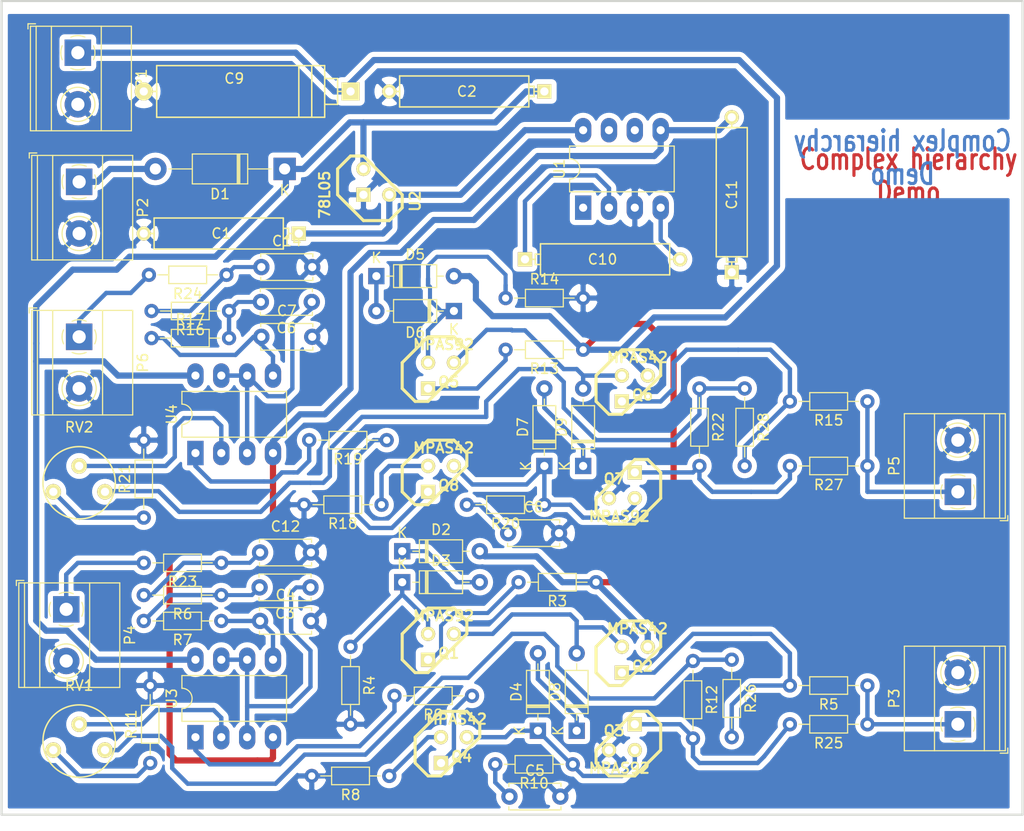
<source format=kicad_pcb>
(kicad_pcb (version 20171130) (host pcbnew "(2018-01-18 revision 47d392d)-master")
  (title_block (title Actionneur_piezo) (company "Kicad devs") (comment 1 Demo))
  (layers (0 Composant power) (31 Cuivre signal) (34 B.Paste user) (35 F.Paste user) (36 B.SilkS user) (37 F.SilkS user) (38 B.Mask user) (39 F.Mask user) (44 Edge.Cuts user))
  (net 0 "")
  (net 1 -VAA)
  (net 2 /12Vext)
  (net 3 /ampli_ht_horizontal/PIEZO_IN)
  (net 4 /ampli_ht_horizontal/PIEZO_OUT)
  (net 5 /ampli_ht_horizontal/S_OUT+)
  (net 6 /ampli_ht_horizontal/Vpil_0_3,3V)
  (net 7 /ampli_ht_vertical/PIEZO_IN)
  (net 8 /ampli_ht_vertical/PIEZO_OUT)
  (net 9 /ampli_ht_vertical/S_OUT+)
  (net 10 /ampli_ht_vertical/Vpil_0_3,3V)
  (net 11 GND)
  (net 12 HT)
  (net 13 "Net-(C10-Pad1)")
  (net 14 "Net-(C10-Pad2)")
  (net 15 "Net-(C12-Pad1)")
  (net 16 "Net-(C14-Pad1)")
  (net 17 "Net-(C3-Pad2)")
  (net 18 "Net-(C4-Pad1)")
  (net 19 "Net-(C5-Pad1)")
  (net 20 "Net-(C6-Pad2)")
  (net 21 "Net-(C7-Pad1)")
  (net 22 "Net-(C8-Pad1)")
  (net 23 "Net-(D4-Pad1)")
  (net 24 "Net-(D4-Pad2)")
  (net 25 "Net-(D7-Pad1)")
  (net 26 "Net-(D7-Pad2)")
  (net 27 "Net-(Q1-PadE)")
  (net 28 "Net-(Q2-PadE)")
  (net 29 "Net-(Q3-PadE)")
  (net 30 "Net-(Q4-PadB)")
  (net 31 "Net-(Q4-PadE)")
  (net 32 "Net-(Q5-PadE)")
  (net 33 "Net-(Q6-PadE)")
  (net 34 "Net-(Q7-PadE)")
  (net 35 "Net-(Q8-PadB)")
  (net 36 "Net-(Q8-PadE)")
  (net 37 "Net-(R11-Pad1)")
  (net 38 "Net-(R19-Pad2)")
  (net 39 "Net-(R21-Pad1)")
  (net 40 "Net-(R9-Pad2)")
  (net 41 "Net-(RV1-Pad2)")
  (net 42 "Net-(RV2-Pad2)")
  (net 43 VCC)
  (net 44 "Net-(U1-Pad6)")
  (net 45 "Net-(U1-Pad7)")
  (net 46 "Net-(D2-Pad1)")
  (net 47 "Net-(D3-Pad1)")
  (net 48 "Net-(D5-Pad1)")
  (net 49 "Net-(D6-Pad1)")
  (net 50 "Net-(D8-Pad2)")
  (net 51 "Net-(D9-Pad2)")
  (net 52 +12C)
  (module TerminalBlock_Phoenix:TerminalBlock_Phoenix_MKDS-1,5-2-5.08_1x02_P5.08mm_Horizontal (layer Composant) (at 182.245 100.076 90)
    (fp_text reference P5 (at 2.54 -6.26 90) (layer F.SilkS))
    (fp_text value CONN_2)
    (pad 2 thru_hole circle (at 5.08 0 90) (size 2.6 2.6) (drill 1.3) (layers *.Cu *.Mask) (net 11 GND))
    (pad 1 thru_hole rect (at 0 0 90) (size 2.6 2.6) (drill 1.3) (layers *.Cu *.Mask) (net 4 /ampli_ht_horizontal/PIEZO_OUT))
  )
  (module TerminalBlock_Phoenix:TerminalBlock_Phoenix_MKDS-1,5-2-5.08_1x02_P5.08mm_Horizontal (layer Composant) (at 95.885 84.836 270)
    (fp_text reference P6 (at 2.54 -6.26 270) (layer F.SilkS))
    (fp_text value CONN_2)
    (pad 1 thru_hole rect (at 0 0 270) (size 2.6 2.6) (drill 1.3) (layers *.Cu *.Mask) (net 3 /ampli_ht_horizontal/PIEZO_IN))
    (pad 2 thru_hole circle (at 5.08 0 270) (size 2.6 2.6) (drill 1.3) (layers *.Cu *.Mask) (net 11 GND))
  )
  (module TerminalBlock_Phoenix:TerminalBlock_Phoenix_MKDS-1,5-2-5.08_1x02_P5.08mm_Horizontal (layer Composant) (at 182.245 122.936 90)
    (fp_text reference P3 (at 2.54 -6.26 90) (layer F.SilkS))
    (fp_text value CONN_2)
    (pad 2 thru_hole circle (at 5.08 0 90) (size 2.6 2.6) (drill 1.3) (layers *.Cu *.Mask) (net 11 GND))
    (pad 1 thru_hole rect (at 0 0 90) (size 2.6 2.6) (drill 1.3) (layers *.Cu *.Mask) (net 8 /ampli_ht_vertical/PIEZO_OUT))
  )
  (module TerminalBlock_Phoenix:TerminalBlock_Phoenix_MKDS-1,5-2-5.08_1x02_P5.08mm_Horizontal (layer Composant) (at 94.615 111.633 270)
    (fp_text reference P4 (at 2.54 -6.26 270) (layer F.SilkS))
    (fp_text value CONN_2)
    (pad 1 thru_hole rect (at 0 0 270) (size 2.6 2.6) (drill 1.3) (layers *.Cu *.Mask) (net 7 /ampli_ht_vertical/PIEZO_IN))
    (pad 2 thru_hole circle (at 5.08 0 270) (size 2.6 2.6) (drill 1.3) (layers *.Cu *.Mask) (net 11 GND))
  )
  (module TerminalBlock_Phoenix:TerminalBlock_Phoenix_MKDS-1,5-2-5.08_1x02_P5.08mm_Horizontal (layer Composant) (at 95.885 69.596 270)
    (fp_text reference P2 (at 2.54 -6.26 270) (layer F.SilkS))
    (fp_text value CONN_2)
    (pad 2 thru_hole circle (at 5.08 0 270) (size 2.6 2.6) (drill 1.3) (layers *.Cu *.Mask) (net 11 GND))
    (pad 1 thru_hole rect (at 0 0 270) (size 2.6 2.6) (drill 1.3) (layers *.Cu *.Mask) (net 2 /12Vext))
  )
  (module TerminalBlock_Phoenix:TerminalBlock_Phoenix_MKDS-1,5-2-5.08_1x02_P5.08mm_Horizontal (layer Composant) (at 95.758 56.896 270)
    (fp_text reference P1 (at 2.54 -6.26 270) (layer F.SilkS))
    (fp_text value CONN_2)
    (pad 1 thru_hole rect (at 0 0 270) (size 2.6 2.6) (drill 1.3) (layers *.Cu *.Mask) (net 12 HT))
    (pad 2 thru_hole circle (at 5.08 0 270) (size 2.6 2.6) (drill 1.3) (layers *.Cu *.Mask) (net 11 GND))
  )
  (module Diode_THT:D_DO-35_SOD27_P7.62mm_Horizontal (layer Composant) (at 145.415 97.536 90)
    (fp_text reference D9 (at 3.81 -2.12 90) (layer F.SilkS))
    (fp_text value 1N4148)
    (fp_text user K (at 0 -1.8 90) (layer F.SilkS))
    (pad 2 thru_hole oval (at 7.62 0 90) (size 1.6 1.6) (drill 0.8) (layers *.Cu *.Mask) (net 51 "Net-(D9-Pad2)"))
    (pad 1 thru_hole rect (at 0 0 90) (size 1.6 1.6) (drill 0.8) (layers *.Cu *.Mask) (net 26 "Net-(D7-Pad2)"))
  )
  (module Diode_THT:D_DO-35_SOD27_P7.62mm_Horizontal (layer Composant) (at 140.97 123.571 90)
    (fp_text reference D4 (at 3.81 -2.12 90) (layer F.SilkS))
    (fp_text value 1N4148)
    (fp_text user K (at 0 -1.8 90) (layer F.SilkS))
    (pad 1 thru_hole rect (at 0 0 90) (size 1.6 1.6) (drill 0.8) (layers *.Cu *.Mask) (net 23 "Net-(D4-Pad1)"))
    (pad 2 thru_hole oval (at 7.62 0 90) (size 1.6 1.6) (drill 0.8) (layers *.Cu *.Mask) (net 24 "Net-(D4-Pad2)"))
  )
  (module Diode_THT:D_DO-35_SOD27_P7.62mm_Horizontal (layer Composant) (at 132.715 82.296 180)
    (fp_text reference D6 (at 3.81 -2.12 180) (layer F.SilkS))
    (fp_text value 1N4148)
    (fp_text user K (at 0 -1.8 180) (layer F.SilkS))
    (pad 2 thru_hole oval (at 7.62 0 180) (size 1.6 1.6) (drill 0.8) (layers *.Cu *.Mask) (net 48 "Net-(D5-Pad1)"))
    (pad 1 thru_hole rect (at 0 0 180) (size 1.6 1.6) (drill 0.8) (layers *.Cu *.Mask) (net 49 "Net-(D6-Pad1)"))
  )
  (module Diode_THT:D_DO-35_SOD27_P7.62mm_Horizontal (layer Composant) (at 141.605 97.536 90)
    (fp_text reference D7 (at 3.81 -2.12 90) (layer F.SilkS))
    (fp_text value 1N4148)
    (fp_text user K (at 0 -1.8 90) (layer F.SilkS))
    (pad 1 thru_hole rect (at 0 0 90) (size 1.6 1.6) (drill 0.8) (layers *.Cu *.Mask) (net 25 "Net-(D7-Pad1)"))
    (pad 2 thru_hole oval (at 7.62 0 90) (size 1.6 1.6) (drill 0.8) (layers *.Cu *.Mask) (net 26 "Net-(D7-Pad2)"))
  )
  (module Diode_THT:D_DO-35_SOD27_P7.62mm_Horizontal (layer Composant) (at 127.635 108.966)
    (fp_text reference D3 (at 3.81 -2.12) (layer F.SilkS))
    (fp_text value 1N4148)
    (fp_text user K (at 0 -1.8) (layer F.SilkS))
    (pad 2 thru_hole oval (at 7.62 0) (size 1.6 1.6) (drill 0.8) (layers *.Cu *.Mask) (net 46 "Net-(D2-Pad1)"))
    (pad 1 thru_hole rect (at 0 0) (size 1.6 1.6) (drill 0.8) (layers *.Cu *.Mask) (net 47 "Net-(D3-Pad1)"))
  )
  (module Diode_THT:D_DO-35_SOD27_P7.62mm_Horizontal (layer Composant) (at 127.635 105.918)
    (fp_text reference D2 (at 3.81 -2.12) (layer F.SilkS))
    (fp_text value 1N4148)
    (fp_text user K (at 0 -1.8) (layer F.SilkS))
    (pad 1 thru_hole rect (at 0 0) (size 1.6 1.6) (drill 0.8) (layers *.Cu *.Mask) (net 46 "Net-(D2-Pad1)"))
    (pad 2 thru_hole oval (at 7.62 0) (size 1.6 1.6) (drill 0.8) (layers *.Cu *.Mask) (net 12 HT))
  )
  (module Diode_THT:D_DO-35_SOD27_P7.62mm_Horizontal (layer Composant) (at 144.78 123.571 90)
    (fp_text reference D8 (at 3.81 -2.12 90) (layer F.SilkS))
    (fp_text value 1N4148)
    (fp_text user K (at 0 -1.8 90) (layer F.SilkS))
    (pad 2 thru_hole oval (at 7.62 0 90) (size 1.6 1.6) (drill 0.8) (layers *.Cu *.Mask) (net 50 "Net-(D8-Pad2)"))
    (pad 1 thru_hole rect (at 0 0 90) (size 1.6 1.6) (drill 0.8) (layers *.Cu *.Mask) (net 24 "Net-(D4-Pad2)"))
  )
  (module Diode_THT:D_DO-35_SOD27_P7.62mm_Horizontal (layer Composant) (at 125.095 78.867)
    (fp_text reference D5 (at 3.81 -2.12) (layer F.SilkS))
    (fp_text value 1N4148)
    (fp_text user K (at 0 -1.8) (layer F.SilkS))
    (pad 1 thru_hole rect (at 0 0) (size 1.6 1.6) (drill 0.8) (layers *.Cu *.Mask) (net 48 "Net-(D5-Pad1)"))
    (pad 2 thru_hole oval (at 7.62 0) (size 1.6 1.6) (drill 0.8) (layers *.Cu *.Mask) (net 12 HT))
  )
  (module Diode_THT:D_DO-41_SOD81_P12.70mm_Horizontal (layer Composant) (at 116.078 68.326 180)
    (fp_text reference D1 (at 6.35 -2.47 180) (layer F.SilkS))
    (fp_text value 1N4007)
    (fp_text user K (at 0 -2.1 180) (layer F.SilkS))
    (pad 1 thru_hole rect (at 0 0 180) (size 2.2 2.2) (drill 1.1) (layers *.Cu *.Mask) (net 52 +12C))
    (pad 2 thru_hole oval (at 12.7 0 180) (size 2.2 2.2) (drill 1.1) (layers *.Cu *.Mask) (net 2 /12Vext))
  )
  (module Capacitor_THT:C_Disc_D5.0mm_W2.5mm_P5.00mm (layer Composant) (at 118.618 109.474 180)
    (fp_text reference C3 (at 2.5 -2.56 180) (layer F.SilkS))
    (fp_text value 15nF)
    (pad 2 thru_hole circle (at 5 0 180) (size 1.6 1.6) (drill 0.8) (layers *.Cu *.Mask) (net 17 "Net-(C3-Pad2)"))
    (pad 1 thru_hole circle (at 0 0 180) (size 1.6 1.6) (drill 0.8) (layers *.Cu *.Mask) (net 10 /ampli_ht_vertical/Vpil_0_3,3V))
  )
  (module Capacitor_THT:C_Disc_D5.0mm_W2.5mm_P5.00mm (layer Composant) (at 113.665 112.776)
    (fp_text reference C4 (at 2.5 -2.56) (layer F.SilkS))
    (fp_text value 4.7nF)
    (pad 1 thru_hole circle (at 0 0) (size 1.6 1.6) (drill 0.8) (layers *.Cu *.Mask) (net 18 "Net-(C4-Pad1)"))
    (pad 2 thru_hole circle (at 5 0) (size 1.6 1.6) (drill 0.8) (layers *.Cu *.Mask) (net 11 GND))
  )
  (module Capacitor_THT:C_Disc_D5.0mm_W2.5mm_P5.00mm (layer Composant) (at 113.792 77.978)
    (fp_text reference C14 (at 2.5 -2.56) (layer F.SilkS))
    (fp_text value 150nF)
    (pad 2 thru_hole circle (at 5 0) (size 1.6 1.6) (drill 0.8) (layers *.Cu *.Mask) (net 11 GND))
    (pad 1 thru_hole circle (at 0 0) (size 1.6 1.6) (drill 0.8) (layers *.Cu *.Mask) (net 16 "Net-(C14-Pad1)"))
  )
  (module Capacitor_THT:C_Disc_D5.0mm_W2.5mm_P5.00mm (layer Composant) (at 113.665 106.045)
    (fp_text reference C12 (at 2.5 -2.56) (layer F.SilkS))
    (fp_text value 150nF)
    (pad 1 thru_hole circle (at 0 0) (size 1.6 1.6) (drill 0.8) (layers *.Cu *.Mask) (net 15 "Net-(C12-Pad1)"))
    (pad 2 thru_hole circle (at 5 0) (size 1.6 1.6) (drill 0.8) (layers *.Cu *.Mask) (net 11 GND))
  )
  (module Capacitor_THT:C_Disc_D5.0mm_W2.5mm_P5.00mm (layer Composant) (at 138.176 130.048)
    (fp_text reference C5 (at 2.5 -2.56) (layer F.SilkS))
    (fp_text value 820pF)
    (pad 2 thru_hole circle (at 5 0) (size 1.6 1.6) (drill 0.8) (layers *.Cu *.Mask) (net 11 GND))
    (pad 1 thru_hole circle (at 0 0) (size 1.6 1.6) (drill 0.8) (layers *.Cu *.Mask) (net 19 "Net-(C5-Pad1)"))
  )
  (module Capacitor_THT:C_Disc_D5.0mm_W2.5mm_P5.00mm (layer Composant) (at 118.745 81.407 180)
    (fp_text reference C6 (at 2.5 -2.56 180) (layer F.SilkS))
    (fp_text value 15nF)
    (pad 1 thru_hole circle (at 0 0 180) (size 1.6 1.6) (drill 0.8) (layers *.Cu *.Mask) (net 6 /ampli_ht_horizontal/Vpil_0_3,3V))
    (pad 2 thru_hole circle (at 5 0 180) (size 1.6 1.6) (drill 0.8) (layers *.Cu *.Mask) (net 20 "Net-(C6-Pad2)"))
  )
  (module Capacitor_THT:C_Disc_D5.0mm_W2.5mm_P5.00mm (layer Composant) (at 113.792 84.836)
    (fp_text reference C7 (at 2.5 -2.56) (layer F.SilkS))
    (fp_text value 4.7nF)
    (pad 2 thru_hole circle (at 5 0) (size 1.6 1.6) (drill 0.8) (layers *.Cu *.Mask) (net 11 GND))
    (pad 1 thru_hole circle (at 0 0) (size 1.6 1.6) (drill 0.8) (layers *.Cu *.Mask) (net 21 "Net-(C7-Pad1)"))
  )
  (module Capacitor_THT:C_Disc_D5.0mm_W2.5mm_P5.00mm (layer Composant) (at 138.049 104.14)
    (fp_text reference C8 (at 2.5 -2.56) (layer F.SilkS))
    (fp_text value 820pF)
    (pad 1 thru_hole circle (at 0 0) (size 1.6 1.6) (drill 0.8) (layers *.Cu *.Mask) (net 22 "Net-(C8-Pad1)"))
    (pad 2 thru_hole circle (at 5 0) (size 1.6 1.6) (drill 0.8) (layers *.Cu *.Mask) (net 11 GND))
  )
  (module Package_DIP:DIP-8_W7.62mm_LongPads (layer Composant) (at 107.315 124.206 90)
    (fp_text reference U3 (at 3.81 -2.33 90) (layer F.SilkS))
    (fp_text value LM358N)
    (pad 1 thru_hole rect (at 0 0 90) (size 2.4 1.6) (drill 0.8) (layers *.Cu *.Mask) (net 40 "Net-(R9-Pad2)"))
    (pad 5 thru_hole oval (at 7.62 7.62 90) (size 2.4 1.6) (drill 0.8) (layers *.Cu *.Mask) (net 18 "Net-(C4-Pad1)"))
    (pad 2 thru_hole oval (at 0 2.54 90) (size 2.4 1.6) (drill 0.8) (layers *.Cu *.Mask) (net 41 "Net-(RV1-Pad2)"))
    (pad 6 thru_hole oval (at 7.62 5.08 90) (size 2.4 1.6) (drill 0.8) (layers *.Cu *.Mask) (net 10 /ampli_ht_vertical/Vpil_0_3,3V))
    (pad 3 thru_hole oval (at 0 5.08 90) (size 2.4 1.6) (drill 0.8) (layers *.Cu *.Mask) (net 10 /ampli_ht_vertical/Vpil_0_3,3V))
    (pad 7 thru_hole oval (at 7.62 2.54 90) (size 2.4 1.6) (drill 0.8) (layers *.Cu *.Mask) (net 10 /ampli_ht_vertical/Vpil_0_3,3V))
    (pad 4 thru_hole oval (at 0 7.62 90) (size 2.4 1.6) (drill 0.8) (layers *.Cu *.Mask) (net 1 -VAA))
    (pad 8 thru_hole oval (at 7.62 0 90) (size 2.4 1.6) (drill 0.8) (layers *.Cu *.Mask) (net 52 +12C))
  )
  (module Package_DIP:DIP-8_W7.62mm_LongPads (layer Composant) (at 145.415 72.136 90)
    (fp_text reference U1 (at 3.81 -2.33 90) (layer F.SilkS))
    (fp_text value ICL7660)
    (pad 8 thru_hole oval (at 7.62 0 90) (size 2.4 1.6) (drill 0.8) (layers *.Cu *.Mask) (net 43 VCC))
    (pad 4 thru_hole oval (at 0 7.62 90) (size 2.4 1.6) (drill 0.8) (layers *.Cu *.Mask) (net 14 "Net-(C10-Pad2)"))
    (pad 7 thru_hole oval (at 7.62 2.54 90) (size 2.4 1.6) (drill 0.8) (layers *.Cu *.Mask) (net 45 "Net-(U1-Pad7)"))
    (pad 3 thru_hole oval (at 0 5.08 90) (size 2.4 1.6) (drill 0.8) (layers *.Cu *.Mask) (net 11 GND))
    (pad 6 thru_hole oval (at 7.62 5.08 90) (size 2.4 1.6) (drill 0.8) (layers *.Cu *.Mask) (net 44 "Net-(U1-Pad6)"))
    (pad 2 thru_hole oval (at 0 2.54 90) (size 2.4 1.6) (drill 0.8) (layers *.Cu *.Mask) (net 13 "Net-(C10-Pad1)"))
    (pad 5 thru_hole oval (at 7.62 7.62 90) (size 2.4 1.6) (drill 0.8) (layers *.Cu *.Mask) (net 1 -VAA))
    (pad 1 thru_hole rect (at 0 0 90) (size 2.4 1.6) (drill 0.8) (layers *.Cu *.Mask))
  )
  (module Package_DIP:DIP-8_W7.62mm_LongPads (layer Composant) (at 107.315 96.266 90)
    (fp_text reference U4 (at 3.81 -2.33 90) (layer F.SilkS))
    (fp_text value LM358N)
    (pad 1 thru_hole rect (at 0 0 90) (size 2.4 1.6) (drill 0.8) (layers *.Cu *.Mask) (net 38 "Net-(R19-Pad2)"))
    (pad 5 thru_hole oval (at 7.62 7.62 90) (size 2.4 1.6) (drill 0.8) (layers *.Cu *.Mask) (net 21 "Net-(C7-Pad1)"))
    (pad 2 thru_hole oval (at 0 2.54 90) (size 2.4 1.6) (drill 0.8) (layers *.Cu *.Mask) (net 42 "Net-(RV2-Pad2)"))
    (pad 6 thru_hole oval (at 7.62 5.08 90) (size 2.4 1.6) (drill 0.8) (layers *.Cu *.Mask) (net 6 /ampli_ht_horizontal/Vpil_0_3,3V))
    (pad 3 thru_hole oval (at 0 5.08 90) (size 2.4 1.6) (drill 0.8) (layers *.Cu *.Mask) (net 6 /ampli_ht_horizontal/Vpil_0_3,3V))
    (pad 7 thru_hole oval (at 7.62 2.54 90) (size 2.4 1.6) (drill 0.8) (layers *.Cu *.Mask) (net 6 /ampli_ht_horizontal/Vpil_0_3,3V))
    (pad 4 thru_hole oval (at 0 7.62 90) (size 2.4 1.6) (drill 0.8) (layers *.Cu *.Mask) (net 1 -VAA))
    (pad 8 thru_hole oval (at 7.62 0 90) (size 2.4 1.6) (drill 0.8) (layers *.Cu *.Mask) (net 52 +12C))
  )
  (module Resistor_THT:R_Axial_DIN0204_L3.6mm_D1.6mm_P7.62mm_Horizontal (layer Composant) (at 141.605 101.346 180)
    (fp_text reference R20 (at 3.81 -1.86 180) (layer F.SilkS))
    (fp_text value 5,6K)
    (pad 2 thru_hole oval (at 7.62 0 180) (size 1.4 1.4) (drill 0.7) (layers *.Cu *.Mask) (net 22 "Net-(C8-Pad1)"))
    (pad 1 thru_hole circle (at 0 0 180) (size 1.4 1.4) (drill 0.7) (layers *.Cu *.Mask) (net 25 "Net-(D7-Pad1)"))
  )
  (module Resistor_THT:R_Axial_DIN0204_L3.6mm_D1.6mm_P7.62mm_Horizontal (layer Composant) (at 156.845 89.916 270)
    (fp_text reference R22 (at 3.81 -1.86 270) (layer F.SilkS))
    (fp_text value 220K)
    (pad 1 thru_hole circle (at 0 0 270) (size 1.4 1.4) (drill 0.7) (layers *.Cu *.Mask) (net 5 /ampli_ht_horizontal/S_OUT+))
    (pad 2 thru_hole oval (at 7.62 0 270) (size 1.4 1.4) (drill 0.7) (layers *.Cu *.Mask) (net 34 "Net-(Q7-PadE)"))
  )
  (module Resistor_THT:R_Axial_DIN0204_L3.6mm_D1.6mm_P7.62mm_Horizontal (layer Composant) (at 109.855 107.061 180)
    (fp_text reference R23 (at 3.81 -1.86 180) (layer F.SilkS))
    (fp_text value 1K)
    (pad 2 thru_hole oval (at 7.62 0 180) (size 1.4 1.4) (drill 0.7) (layers *.Cu *.Mask) (net 7 /ampli_ht_vertical/PIEZO_IN))
    (pad 1 thru_hole circle (at 0 0 180) (size 1.4 1.4) (drill 0.7) (layers *.Cu *.Mask) (net 15 "Net-(C12-Pad1)"))
  )
  (module Resistor_THT:R_Axial_DIN0204_L3.6mm_D1.6mm_P7.62mm_Horizontal (layer Composant) (at 110.363 78.74 180)
    (fp_text reference R24 (at 3.81 -1.86 180) (layer F.SilkS))
    (fp_text value 1K)
    (pad 1 thru_hole circle (at 0 0 180) (size 1.4 1.4) (drill 0.7) (layers *.Cu *.Mask) (net 16 "Net-(C14-Pad1)"))
    (pad 2 thru_hole oval (at 7.62 0 180) (size 1.4 1.4) (drill 0.7) (layers *.Cu *.Mask) (net 3 /ampli_ht_horizontal/PIEZO_IN))
  )
  (module Resistor_THT:R_Axial_DIN0204_L3.6mm_D1.6mm_P7.62mm_Horizontal (layer Composant) (at 173.355 122.936 180)
    (fp_text reference R25 (at 3.81 -1.86 180) (layer F.SilkS))
    (fp_text value 47)
    (pad 2 thru_hole oval (at 7.62 0 180) (size 1.4 1.4) (drill 0.7) (layers *.Cu *.Mask) (net 29 "Net-(Q3-PadE)"))
    (pad 1 thru_hole circle (at 0 0 180) (size 1.4 1.4) (drill 0.7) (layers *.Cu *.Mask) (net 8 /ampli_ht_vertical/PIEZO_OUT))
  )
  (module Resistor_THT:R_Axial_DIN0204_L3.6mm_D1.6mm_P7.62mm_Horizontal (layer Composant) (at 160.02 116.586 270)
    (fp_text reference R26 (at 3.81 -1.86 270) (layer F.SilkS))
    (fp_text value 220K)
    (pad 1 thru_hole circle (at 0 0 270) (size 1.4 1.4) (drill 0.7) (layers *.Cu *.Mask) (net 9 /ampli_ht_vertical/S_OUT+))
    (pad 2 thru_hole oval (at 7.62 0 270) (size 1.4 1.4) (drill 0.7) (layers *.Cu *.Mask) (net 28 "Net-(Q2-PadE)"))
  )
  (module Resistor_THT:R_Axial_DIN0204_L3.6mm_D1.6mm_P7.62mm_Horizontal (layer Composant) (at 173.355 97.536 180)
    (fp_text reference R27 (at 3.81 -1.86 180) (layer F.SilkS))
    (fp_text value 47)
    (pad 2 thru_hole oval (at 7.62 0 180) (size 1.4 1.4) (drill 0.7) (layers *.Cu *.Mask) (net 34 "Net-(Q7-PadE)"))
    (pad 1 thru_hole circle (at 0 0 180) (size 1.4 1.4) (drill 0.7) (layers *.Cu *.Mask) (net 4 /ampli_ht_horizontal/PIEZO_OUT))
  )
  (module Resistor_THT:R_Axial_DIN0204_L3.6mm_D1.6mm_P7.62mm_Horizontal (layer Composant) (at 161.29 89.916 270)
    (fp_text reference R28 (at 3.81 -1.86 270) (layer F.SilkS))
    (fp_text value 220K)
    (pad 1 thru_hole circle (at 0 0 270) (size 1.4 1.4) (drill 0.7) (layers *.Cu *.Mask) (net 5 /ampli_ht_horizontal/S_OUT+))
    (pad 2 thru_hole oval (at 7.62 0 270) (size 1.4 1.4) (drill 0.7) (layers *.Cu *.Mask) (net 33 "Net-(Q6-PadE)"))
  )
  (module Resistor_THT:R_Axial_DIN0204_L3.6mm_D1.6mm_P7.62mm_Horizontal (layer Composant) (at 173.355 119.126 180)
    (fp_text reference R5 (at 3.81 -1.86 180) (layer F.SilkS))
    (fp_text value 47)
    (pad 2 thru_hole oval (at 7.62 0 180) (size 1.4 1.4) (drill 0.7) (layers *.Cu *.Mask) (net 28 "Net-(Q2-PadE)"))
    (pad 1 thru_hole circle (at 0 0 180) (size 1.4 1.4) (drill 0.7) (layers *.Cu *.Mask) (net 8 /ampli_ht_vertical/PIEZO_OUT))
  )
  (module Resistor_THT:R_Axial_DIN0204_L3.6mm_D1.6mm_P7.62mm_Horizontal (layer Composant) (at 122.555 115.316 270)
    (fp_text reference R4 (at 3.81 -1.86 270) (layer F.SilkS))
    (fp_text value 220K)
    (pad 1 thru_hole circle (at 0 0 270) (size 1.4 1.4) (drill 0.7) (layers *.Cu *.Mask) (net 47 "Net-(D3-Pad1)"))
    (pad 2 thru_hole oval (at 7.62 0 270) (size 1.4 1.4) (drill 0.7) (layers *.Cu *.Mask) (net 11 GND))
  )
  (module Resistor_THT:R_Axial_DIN0204_L3.6mm_D1.6mm_P7.62mm_Horizontal (layer Composant) (at 146.685 108.966 180)
    (fp_text reference R3 (at 3.81 -1.86 180) (layer F.SilkS))
    (fp_text value 470)
    (pad 2 thru_hole oval (at 7.62 0 180) (size 1.4 1.4) (drill 0.7) (layers *.Cu *.Mask) (net 27 "Net-(Q1-PadE)"))
    (pad 1 thru_hole circle (at 0 0 180) (size 1.4 1.4) (drill 0.7) (layers *.Cu *.Mask) (net 12 HT))
  )
  (module Resistor_THT:R_Axial_DIN0204_L3.6mm_D1.6mm_P7.62mm_Horizontal (layer Composant) (at 102.235 102.616 90)
    (fp_text reference R21 (at 3.81 -1.86 90) (layer F.SilkS))
    (fp_text value 4,7K)
    (pad 1 thru_hole circle (at 0 0 90) (size 1.4 1.4) (drill 0.7) (layers *.Cu *.Mask) (net 39 "Net-(R21-Pad1)"))
    (pad 2 thru_hole oval (at 7.62 0 90) (size 1.4 1.4) (drill 0.7) (layers *.Cu *.Mask) (net 11 GND))
  )
  (module Resistor_THT:R_Axial_DIN0204_L3.6mm_D1.6mm_P7.62mm_Horizontal (layer Composant) (at 102.997 84.963)
    (fp_text reference R17 (at 3.81 -1.86) (layer F.SilkS))
    (fp_text value 22K)
    (pad 2 thru_hole oval (at 7.62 0) (size 1.4 1.4) (drill 0.7) (layers *.Cu *.Mask) (net 20 "Net-(C6-Pad2)"))
    (pad 1 thru_hole circle (at 0 0) (size 1.4 1.4) (drill 0.7) (layers *.Cu *.Mask) (net 21 "Net-(C7-Pad1)"))
  )
  (module Resistor_THT:R_Axial_DIN0204_L3.6mm_D1.6mm_P7.62mm_Horizontal (layer Composant) (at 109.855 112.776 180)
    (fp_text reference R7 (at 3.81 -1.86 180) (layer F.SilkS))
    (fp_text value 22K)
    (pad 1 thru_hole circle (at 0 0 180) (size 1.4 1.4) (drill 0.7) (layers *.Cu *.Mask) (net 18 "Net-(C4-Pad1)"))
    (pad 2 thru_hole oval (at 7.62 0 180) (size 1.4 1.4) (drill 0.7) (layers *.Cu *.Mask) (net 17 "Net-(C3-Pad2)"))
  )
  (module Resistor_THT:R_Axial_DIN0204_L3.6mm_D1.6mm_P7.62mm_Horizontal (layer Composant) (at 126.365 128.016 180)
    (fp_text reference R8 (at 3.81 -1.86 180) (layer F.SilkS))
    (fp_text value 1K)
    (pad 2 thru_hole oval (at 7.62 0 180) (size 1.4 1.4) (drill 0.7) (layers *.Cu *.Mask) (net 11 GND))
    (pad 1 thru_hole circle (at 0 0 180) (size 1.4 1.4) (drill 0.7) (layers *.Cu *.Mask) (net 30 "Net-(Q4-PadB)"))
  )
  (module Resistor_THT:R_Axial_DIN0204_L3.6mm_D1.6mm_P7.62mm_Horizontal (layer Composant) (at 134.493 120.142 180)
    (fp_text reference R9 (at 3.81 -1.86 180) (layer F.SilkS))
    (fp_text value 1K)
    (pad 1 thru_hole circle (at 0 0 180) (size 1.4 1.4) (drill 0.7) (layers *.Cu *.Mask) (net 31 "Net-(Q4-PadE)"))
    (pad 2 thru_hole oval (at 7.62 0 180) (size 1.4 1.4) (drill 0.7) (layers *.Cu *.Mask) (net 40 "Net-(R9-Pad2)"))
  )
  (module Resistor_THT:R_Axial_DIN0204_L3.6mm_D1.6mm_P7.62mm_Horizontal (layer Composant) (at 144.399 126.873 180)
    (fp_text reference R10 (at 3.81 -1.86 180) (layer F.SilkS))
    (fp_text value 5,6K)
    (pad 2 thru_hole oval (at 7.62 0 180) (size 1.4 1.4) (drill 0.7) (layers *.Cu *.Mask) (net 19 "Net-(C5-Pad1)"))
    (pad 1 thru_hole circle (at 0 0 180) (size 1.4 1.4) (drill 0.7) (layers *.Cu *.Mask) (net 23 "Net-(D4-Pad1)"))
  )
  (module Resistor_THT:R_Axial_DIN0204_L3.6mm_D1.6mm_P7.62mm_Horizontal (layer Composant) (at 102.87 126.746 90)
    (fp_text reference R11 (at 3.81 -1.86 90) (layer F.SilkS))
    (fp_text value 4,7K)
    (pad 1 thru_hole circle (at 0 0 90) (size 1.4 1.4) (drill 0.7) (layers *.Cu *.Mask) (net 37 "Net-(R11-Pad1)"))
    (pad 2 thru_hole oval (at 7.62 0 90) (size 1.4 1.4) (drill 0.7) (layers *.Cu *.Mask) (net 11 GND))
  )
  (module Resistor_THT:R_Axial_DIN0204_L3.6mm_D1.6mm_P7.62mm_Horizontal (layer Composant) (at 156.21 116.713 270)
    (fp_text reference R12 (at 3.81 -1.86 270) (layer F.SilkS))
    (fp_text value 220K)
    (pad 2 thru_hole oval (at 7.62 0 270) (size 1.4 1.4) (drill 0.7) (layers *.Cu *.Mask) (net 29 "Net-(Q3-PadE)"))
    (pad 1 thru_hole circle (at 0 0 270) (size 1.4 1.4) (drill 0.7) (layers *.Cu *.Mask) (net 9 /ampli_ht_vertical/S_OUT+))
  )
  (module Resistor_THT:R_Axial_DIN0204_L3.6mm_D1.6mm_P7.62mm_Horizontal (layer Composant) (at 145.415 86.106 180)
    (fp_text reference R13 (at 3.81 -1.86 180) (layer F.SilkS))
    (fp_text value 470)
    (pad 1 thru_hole circle (at 0 0 180) (size 1.4 1.4) (drill 0.7) (layers *.Cu *.Mask) (net 12 HT))
    (pad 2 thru_hole oval (at 7.62 0 180) (size 1.4 1.4) (drill 0.7) (layers *.Cu *.Mask) (net 32 "Net-(Q5-PadE)"))
  )
  (module Resistor_THT:R_Axial_DIN0204_L3.6mm_D1.6mm_P7.62mm_Horizontal (layer Composant) (at 137.795 81.026)
    (fp_text reference R14 (at 3.81 -1.86) (layer F.SilkS))
    (fp_text value 220K)
    (pad 2 thru_hole oval (at 7.62 0) (size 1.4 1.4) (drill 0.7) (layers *.Cu *.Mask) (net 11 GND))
    (pad 1 thru_hole circle (at 0 0) (size 1.4 1.4) (drill 0.7) (layers *.Cu *.Mask) (net 49 "Net-(D6-Pad1)"))
  )
  (module Resistor_THT:R_Axial_DIN0204_L3.6mm_D1.6mm_P7.62mm_Horizontal (layer Composant) (at 173.355 91.186 180)
    (fp_text reference R15 (at 3.81 -1.86 180) (layer F.SilkS))
    (fp_text value 47)
    (pad 1 thru_hole circle (at 0 0 180) (size 1.4 1.4) (drill 0.7) (layers *.Cu *.Mask) (net 4 /ampli_ht_horizontal/PIEZO_OUT))
    (pad 2 thru_hole oval (at 7.62 0 180) (size 1.4 1.4) (drill 0.7) (layers *.Cu *.Mask) (net 33 "Net-(Q6-PadE)"))
  )
  (module Resistor_THT:R_Axial_DIN0204_L3.6mm_D1.6mm_P7.62mm_Horizontal (layer Composant) (at 110.617 82.296 180)
    (fp_text reference R16 (at 3.81 -1.86 180) (layer F.SilkS))
    (fp_text value 22K)
    (pad 2 thru_hole oval (at 7.62 0 180) (size 1.4 1.4) (drill 0.7) (layers *.Cu *.Mask) (net 16 "Net-(C14-Pad1)"))
    (pad 1 thru_hole circle (at 0 0 180) (size 1.4 1.4) (drill 0.7) (layers *.Cu *.Mask) (net 20 "Net-(C6-Pad2)"))
  )
  (module Resistor_THT:R_Axial_DIN0204_L3.6mm_D1.6mm_P7.62mm_Horizontal (layer Composant) (at 125.603 101.346 180)
    (fp_text reference R18 (at 3.81 -1.86 180) (layer F.SilkS))
    (fp_text value 1K)
    (pad 1 thru_hole circle (at 0 0 180) (size 1.4 1.4) (drill 0.7) (layers *.Cu *.Mask) (net 35 "Net-(Q8-PadB)"))
    (pad 2 thru_hole oval (at 7.62 0 180) (size 1.4 1.4) (drill 0.7) (layers *.Cu *.Mask) (net 11 GND))
  )
  (module Resistor_THT:R_Axial_DIN0204_L3.6mm_D1.6mm_P7.62mm_Horizontal (layer Composant) (at 109.855 110.236 180)
    (fp_text reference R6 (at 3.81 -1.86 180) (layer F.SilkS))
    (fp_text value 22K)
    (pad 2 thru_hole oval (at 7.62 0 180) (size 1.4 1.4) (drill 0.7) (layers *.Cu *.Mask) (net 15 "Net-(C12-Pad1)"))
    (pad 1 thru_hole circle (at 0 0 180) (size 1.4 1.4) (drill 0.7) (layers *.Cu *.Mask) (net 17 "Net-(C3-Pad2)"))
  )
  (module Resistor_THT:R_Axial_DIN0204_L3.6mm_D1.6mm_P7.62mm_Horizontal (layer Composant) (at 126.111 94.996 180)
    (fp_text reference R19 (at 3.81 -1.86 180) (layer F.SilkS))
    (fp_text value 1K)
    (pad 1 thru_hole circle (at 0 0 180) (size 1.4 1.4) (drill 0.7) (layers *.Cu *.Mask) (net 36 "Net-(Q8-PadE)"))
    (pad 2 thru_hole oval (at 7.62 0 180) (size 1.4 1.4) (drill 0.7) (layers *.Cu *.Mask) (net 38 "Net-(R19-Pad2)"))
  )
  (module Discret:CP6 (layer Composant) (at 109.855 74.676 180)
    (fp_text reference C1 (at 0 0 180) (layer F.SilkS))
    (fp_text value 47uF)
    (pad 1 thru_hole rect (at -7.62 0 180) (size 1.397 1.397) (drill 0.8128) (layers *.Cu *.Mask F.SilkS) (net 43 VCC))
    (pad 2 thru_hole circle (at 7.62 0 180) (size 1.397 1.397) (drill 0.8128) (layers *.Cu *.Mask F.SilkS) (net 11 GND))
  )
  (module Discret:CP6 (layer Composant) (at 133.985 60.706 180)
    (fp_text reference C2 (at 0 0 180) (layer F.SilkS))
    (fp_text value 47uF/20V)
    (pad 1 thru_hole rect (at -7.62 0 180) (size 1.397 1.397) (drill 0.8128) (layers *.Cu *.Mask F.SilkS) (net 52 +12C))
    (pad 2 thru_hole circle (at 7.62 0 180) (size 1.397 1.397) (drill 0.8128) (layers *.Cu *.Mask F.SilkS) (net 11 GND))
  )
  (module Discret:CP8 (layer Composant) (at 112.395 60.706 180)
    (fp_text reference C9 (at 1.27 1.27 180) (layer F.SilkS))
    (fp_text value 47uF/63V)
    (pad 1 thru_hole rect (at -10.16 0 180) (size 1.778 1.778) (drill 0.8128) (layers *.Cu *.Mask F.SilkS) (net 12 HT))
    (pad 2 thru_hole circle (at 10.16 0 180) (size 1.778 1.778) (drill 0.8128) (layers *.Cu *.Mask F.SilkS) (net 11 GND))
  )
  (module Discret:CP6 (layer Composant) (at 147.32 77.216)
    (fp_text reference C10 (at 0 0) (layer F.SilkS))
    (fp_text value 10uF)
    (pad 1 thru_hole rect (at -7.62 0) (size 1.397 1.397) (drill 0.8128) (layers *.Cu *.Mask F.SilkS) (net 13 "Net-(C10-Pad1)"))
    (pad 2 thru_hole circle (at 7.62 0) (size 1.397 1.397) (drill 0.8128) (layers *.Cu *.Mask F.SilkS) (net 14 "Net-(C10-Pad2)"))
  )
  (module Discret:CP6 (layer Composant) (at 160.02 70.866 90)
    (fp_text reference C11 (at 0 0 90) (layer F.SilkS))
    (fp_text value 10uF)
    (pad 1 thru_hole rect (at -7.62 0 90) (size 1.397 1.397) (drill 0.8128) (layers *.Cu *.Mask F.SilkS) (net 11 GND))
    (pad 2 thru_hole circle (at 7.62 0 90) (size 1.397 1.397) (drill 0.8128) (layers *.Cu *.Mask F.SilkS) (net 1 -VAA))
  )
  (module Discret:TO92-CBE (layer Composant) (at 131.445 115.316)
    (fp_text reference Q1 (at 0.762 0.635) (layer F.SilkS) (effects (font (size 1.016 1.016) (thickness 0.2032))))
    (fp_text value MPAS92 (at 0.254 -3.048) (layer F.SilkS) (effects (font (size 1.016 1.016) (thickness 0.2032))))
    (pad E thru_hole rect (at -1.27 1.27) (size 1.397 1.397) (drill 0.8128) (layers *.Cu *.Mask F.SilkS) (net 27 "Net-(Q1-PadE)"))
    (pad B thru_hole circle (at -1.27 -1.27) (size 1.397 1.397) (drill 0.8128) (layers *.Cu *.Mask F.SilkS) (net 47 "Net-(D3-Pad1)"))
    (pad C thru_hole circle (at 1.27 -1.27) (size 1.397 1.397) (drill 0.8128) (layers *.Cu *.Mask F.SilkS) (net 50 "Net-(D8-Pad2)"))
  )
  (module Discret:TO92-CBE (layer Composant) (at 150.495 116.586)
    (fp_text reference Q2 (at 0.762 0.635) (layer F.SilkS) (effects (font (size 1.016 1.016) (thickness 0.2032))))
    (fp_text value MPAS42 (at 0.254 -3.048) (layer F.SilkS) (effects (font (size 1.016 1.016) (thickness 0.2032))))
    (pad E thru_hole rect (at -1.27 1.27) (size 1.397 1.397) (drill 0.8128) (layers *.Cu *.Mask F.SilkS) (net 28 "Net-(Q2-PadE)"))
    (pad B thru_hole circle (at -1.27 -1.27) (size 1.397 1.397) (drill 0.8128) (layers *.Cu *.Mask F.SilkS) (net 50 "Net-(D8-Pad2)"))
    (pad C thru_hole circle (at 1.27 -1.27) (size 1.397 1.397) (drill 0.8128) (layers *.Cu *.Mask F.SilkS) (net 12 HT))
  )
  (module Discret:TO92-CBE (layer Composant) (at 149.225 124.206 180)
    (fp_text reference Q3 (at 0.762 0.635 180) (layer F.SilkS) (effects (font (size 1.016 1.016) (thickness 0.2032))))
    (fp_text value MPAS92 (at 0.254 -3.048 180) (layer F.SilkS) (effects (font (size 1.016 1.016) (thickness 0.2032))))
    (pad E thru_hole rect (at -1.27 1.27 180) (size 1.397 1.397) (drill 0.8128) (layers *.Cu *.Mask F.SilkS) (net 29 "Net-(Q3-PadE)"))
    (pad B thru_hole circle (at -1.27 -1.27 180) (size 1.397 1.397) (drill 0.8128) (layers *.Cu *.Mask F.SilkS) (net 23 "Net-(D4-Pad1)"))
    (pad C thru_hole circle (at 1.27 -1.27 180) (size 1.397 1.397) (drill 0.8128) (layers *.Cu *.Mask F.SilkS) (net 11 GND))
  )
  (module Discret:TO92-CBE (layer Composant) (at 132.715 125.476)
    (fp_text reference Q4 (at 0.762 0.635) (layer F.SilkS) (effects (font (size 1.016 1.016) (thickness 0.2032))))
    (fp_text value MPAS42 (at 0.254 -3.048) (layer F.SilkS) (effects (font (size 1.016 1.016) (thickness 0.2032))))
    (pad E thru_hole rect (at -1.27 1.27) (size 1.397 1.397) (drill 0.8128) (layers *.Cu *.Mask F.SilkS) (net 31 "Net-(Q4-PadE)"))
    (pad B thru_hole circle (at -1.27 -1.27) (size 1.397 1.397) (drill 0.8128) (layers *.Cu *.Mask F.SilkS) (net 30 "Net-(Q4-PadB)"))
    (pad C thru_hole circle (at 1.27 -1.27) (size 1.397 1.397) (drill 0.8128) (layers *.Cu *.Mask F.SilkS) (net 23 "Net-(D4-Pad1)"))
  )
  (module Discret:TO92-CBE (layer Composant) (at 131.445 88.646)
    (fp_text reference Q5 (at 0.762 0.635) (layer F.SilkS) (effects (font (size 1.016 1.016) (thickness 0.2032))))
    (fp_text value MPAS92 (at 0.254 -3.048) (layer F.SilkS) (effects (font (size 1.016 1.016) (thickness 0.2032))))
    (pad E thru_hole rect (at -1.27 1.27) (size 1.397 1.397) (drill 0.8128) (layers *.Cu *.Mask F.SilkS) (net 32 "Net-(Q5-PadE)"))
    (pad B thru_hole circle (at -1.27 -1.27) (size 1.397 1.397) (drill 0.8128) (layers *.Cu *.Mask F.SilkS) (net 49 "Net-(D6-Pad1)"))
    (pad C thru_hole circle (at 1.27 -1.27) (size 1.397 1.397) (drill 0.8128) (layers *.Cu *.Mask F.SilkS) (net 51 "Net-(D9-Pad2)"))
  )
  (module Discret:TO92-CBE (layer Composant) (at 150.495 89.916)
    (fp_text reference Q6 (at 0.762 0.635) (layer F.SilkS) (effects (font (size 1.016 1.016) (thickness 0.2032))))
    (fp_text value MPAS42 (at 0.254 -3.048) (layer F.SilkS) (effects (font (size 1.016 1.016) (thickness 0.2032))))
    (pad E thru_hole rect (at -1.27 1.27) (size 1.397 1.397) (drill 0.8128) (layers *.Cu *.Mask F.SilkS) (net 33 "Net-(Q6-PadE)"))
    (pad B thru_hole circle (at -1.27 -1.27) (size 1.397 1.397) (drill 0.8128) (layers *.Cu *.Mask F.SilkS) (net 51 "Net-(D9-Pad2)"))
    (pad C thru_hole circle (at 1.27 -1.27) (size 1.397 1.397) (drill 0.8128) (layers *.Cu *.Mask F.SilkS) (net 12 HT))
  )
  (module Discret:TO92-CBE (layer Composant) (at 149.225 99.441 180)
    (fp_text reference Q7 (at 0.762 0.635 180) (layer F.SilkS) (effects (font (size 1.016 1.016) (thickness 0.2032))))
    (fp_text value MPAS92 (at 0.254 -3.048 180) (layer F.SilkS) (effects (font (size 1.016 1.016) (thickness 0.2032))))
    (pad E thru_hole rect (at -1.27 1.27 180) (size 1.397 1.397) (drill 0.8128) (layers *.Cu *.Mask F.SilkS) (net 34 "Net-(Q7-PadE)"))
    (pad B thru_hole circle (at -1.27 -1.27 180) (size 1.397 1.397) (drill 0.8128) (layers *.Cu *.Mask F.SilkS) (net 25 "Net-(D7-Pad1)"))
    (pad C thru_hole circle (at 1.27 -1.27 180) (size 1.397 1.397) (drill 0.8128) (layers *.Cu *.Mask F.SilkS) (net 11 GND))
  )
  (module Discret:TO92-CBE (layer Composant) (at 131.445 98.806)
    (fp_text reference Q8 (at 0.762 0.635) (layer F.SilkS) (effects (font (size 1.016 1.016) (thickness 0.2032))))
    (fp_text value MPAS42 (at 0.254 -3.048) (layer F.SilkS) (effects (font (size 1.016 1.016) (thickness 0.2032))))
    (pad E thru_hole rect (at -1.27 1.27) (size 1.397 1.397) (drill 0.8128) (layers *.Cu *.Mask F.SilkS) (net 36 "Net-(Q8-PadE)"))
    (pad B thru_hole circle (at -1.27 -1.27) (size 1.397 1.397) (drill 0.8128) (layers *.Cu *.Mask F.SilkS) (net 35 "Net-(Q8-PadB)"))
    (pad C thru_hole circle (at 1.27 -1.27) (size 1.397 1.397) (drill 0.8128) (layers *.Cu *.Mask F.SilkS) (net 25 "Net-(D7-Pad1)"))
  )
  (module Discret:RV2 (layer Composant) (at 95.885 124.206)
    (fp_text reference RV1 (at 0 -5.08) (layer F.SilkS))
    (fp_text value 4,7K)
    (pad 1 thru_hole circle (at -2.54 1.27) (size 1.524 1.524) (drill 0.8128) (layers *.Cu *.Mask F.SilkS) (net 37 "Net-(R11-Pad1)"))
    (pad 2 thru_hole circle (at 0 -1.27) (size 1.524 1.524) (drill 0.8128) (layers *.Cu *.Mask F.SilkS) (net 41 "Net-(RV1-Pad2)"))
    (pad 3 thru_hole circle (at 2.54 1.27) (size 1.524 1.524) (drill 0.8128) (layers *.Cu *.Mask F.SilkS) (net 9 /ampli_ht_vertical/S_OUT+))
  )
  (module Discret:RV2 (layer Composant) (at 95.885 98.806)
    (fp_text reference RV2 (at 0 -5.08) (layer F.SilkS))
    (fp_text value 4,7K)
    (pad 1 thru_hole circle (at -2.54 1.27) (size 1.524 1.524) (drill 0.8128) (layers *.Cu *.Mask F.SilkS) (net 39 "Net-(R21-Pad1)"))
    (pad 2 thru_hole circle (at 0 -1.27) (size 1.524 1.524) (drill 0.8128) (layers *.Cu *.Mask F.SilkS) (net 42 "Net-(RV2-Pad2)"))
    (pad 3 thru_hole circle (at 2.54 1.27) (size 1.524 1.524) (drill 0.8128) (layers *.Cu *.Mask F.SilkS) (net 5 /ampli_ht_horizontal/S_OUT+))
  )
  (module Discret:LM78LXX (layer Composant) (at 125.095 69.596 90)
    (fp_text reference U2 (at -1.905 3.81 90) (layer F.SilkS) (effects (font (size 1.016 1.016) (thickness 0.2032))))
    (fp_text value 78L05 (at -1.27 -5.08 90) (layer F.SilkS) (effects (font (size 1.016 1.016) (thickness 0.2032))))
    (pad VI thru_hole circle (at 1.27 -1.27 90) (size 1.397 1.397) (drill 0.8128) (layers *.Cu *.Mask F.SilkS) (net 52 +12C))
    (pad GND thru_hole rect (at -1.27 -1.27 90) (size 1.397 1.397) (drill 0.8128) (layers *.Cu *.Mask F.SilkS) (net 11 GND))
    (pad VO thru_hole circle (at -1.27 1.27 90) (size 1.397 1.397) (drill 0.8128) (layers *.Cu *.Mask F.SilkS) (net 43 VCC))
  )
  (gr_text "Complex hierarchy\nDemo" (at 177.4 69) (layer Composant) (effects (font (size 2.032 1.524) (thickness 0.3048))))
  (gr_text "Complex hierarchy\nDemo" (at 176.8 67.2) (layer Cuivre) (effects (font (size 2.032 1.524) (thickness 0.3048)) (justify mirror)))
  (gr_line (start 88.265 131.826) (end 88.265 51.816) (angle 90) (layer Edge.Cuts) (width 0.2032))
  (gr_line (start 188.595 131.826) (end 88.265 131.826) (angle 90) (layer Edge.Cuts) (width 0.2032))
  (gr_line (start 188.595 51.816) (end 188.595 131.826) (angle 90) (layer Edge.Cuts) (width 0.2032))
  (gr_line (start 88.265 51.816) (end 188.595 51.816) (angle 90) (layer Edge.Cuts) (width 0.2032))
  (segment (start 134.6835 73.3425) (end 130.7465 73.3425) (width 0.6) (layer Cuivre) (net 1))
  (segment (start 130.7465 73.3425) (end 127.508 76.581) (width 0.6) (layer Cuivre) (net 1))
  (segment (start 127.508 76.581) (end 124.46 76.581) (width 0.6) (layer Cuivre) (net 1))
  (segment (start 124.46 76.581) (end 122.555 78.486) (width 0.6) (layer Cuivre) (net 1))
  (segment (start 104.775 106.807) (end 104.775 109.601) (width 0.6096) (layer Composant) (net 1))
  (segment (start 107.061 104.521) (end 104.775 106.807) (width 0.6096) (layer Composant) (net 1))
  (segment (start 112.776 104.521) (end 107.061 104.521) (width 0.6096) (layer Composant) (net 1))
  (segment (start 114.935 102.362) (end 112.776 104.521) (width 0.6096) (layer Composant) (net 1))
  (segment (start 114.935 96.266) (end 114.935 102.108) (width 0.6096) (layer Composant) (net 1))
  (segment (start 104.775 109.601) (end 104.775 125.857) (width 0.6096) (layer Composant) (net 1))
  (segment (start 114.935 102.108) (end 114.935 102.362) (width 0.6096) (layer Composant) (net 1))
  (segment (start 113.411 126.492) (end 105.41 126.492) (width 0.6096) (layer Composant) (net 1))
  (segment (start 105.41 126.492) (end 104.775 125.857) (width 0.6096) (layer Composant) (net 1))
  (segment (start 114.681 126.492) (end 114.935 126.238) (width 0.6096) (layer Composant) (net 1))
  (segment (start 114.935 126.238) (end 114.935 124.206) (width 0.6096) (layer Composant) (net 1))
  (segment (start 113.411 126.492) (end 114.681 126.492) (width 0.6096) (layer Composant) (net 1))
  (segment (start 158.75 64.516) (end 160.02 63.246) (width 0.6096) (layer Cuivre) (net 1))
  (segment (start 153.035 64.516) (end 158.75 64.516) (width 0.6096) (layer Cuivre) (net 1))
  (segment (start 134.6835 73.3425) (end 140.97 67.056) (width 0.6096) (layer Cuivre) (net 1))
  (segment (start 140.97 67.056) (end 152.4 67.056) (width 0.6096) (layer Cuivre) (net 1))
  (segment (start 152.4 67.056) (end 153.035 66.421) (width 0.6096) (layer Cuivre) (net 1))
  (segment (start 153.035 66.421) (end 153.035 64.516) (width 0.6096) (layer Cuivre) (net 1))
  (segment (start 122.555 89.916) (end 122.555 78.486) (width 0.6096) (layer Cuivre) (net 1))
  (segment (start 114.935 96.266) (end 114.935 95.123) (width 0.6096) (layer Cuivre) (net 1))
  (segment (start 114.935 95.123) (end 117.602 92.456) (width 0.6096) (layer Cuivre) (net 1))
  (segment (start 117.602 92.456) (end 120.015 92.456) (width 0.6096) (layer Cuivre) (net 1))
  (segment (start 120.015 92.456) (end 122.555 89.916) (width 0.6096) (layer Cuivre) (net 1))
  (segment (start 95.885 69.596) (end 97.65792 69.596) (width 0.6096) (layer Cuivre) (net 2))
  (segment (start 98.92792 68.326) (end 97.65792 69.596) (width 0.6096) (layer Cuivre) (net 2))
  (segment (start 103.505 68.326) (end 98.92792 68.326) (width 0.6096) (layer Cuivre) (net 2))
  (segment (start 95.885 84.836) (end 95.885 83.185) (width 0.4318) (layer Cuivre) (net 3))
  (segment (start 98.552 80.518) (end 100.965 80.518) (width 0.4318) (layer Cuivre) (net 3))
  (segment (start 95.885 83.185) (end 98.552 80.518) (width 0.4318) (layer Cuivre) (net 3))
  (segment (start 100.965 80.518) (end 102.743 78.74) (width 0.4318) (layer Cuivre) (net 3))
  (segment (start 173.355 97.536) (end 173.355 91.186) (width 0.4318) (layer Cuivre) (net 4))
  (segment (start 173.355 100.076) (end 182.245 100.076) (width 0.4318) (layer Cuivre) (net 4))
  (segment (start 173.355 97.536) (end 173.355 100.076) (width 0.4318) (layer Cuivre) (net 4))
  (segment (start 156.845 89.916) (end 156.845 92.456) (width 0.4318) (layer Cuivre) (net 5))
  (segment (start 135.89 91.186) (end 139.065 88.011) (width 0.4318) (layer Cuivre) (net 5))
  (segment (start 139.065 88.011) (end 142.24 88.011) (width 0.4318) (layer Cuivre) (net 5))
  (segment (start 142.24 88.011) (end 143.51 89.281) (width 0.4318) (layer Cuivre) (net 5))
  (segment (start 143.51 89.281) (end 143.51 91.821) (width 0.4318) (layer Cuivre) (net 5))
  (segment (start 143.51 91.821) (end 146.685 94.996) (width 0.4318) (layer Cuivre) (net 5))
  (segment (start 135.89 92.71) (end 135.89 91.186) (width 0.4318) (layer Cuivre) (net 5))
  (segment (start 98.425 100.076) (end 98.48596 100.01504) (width 0.4318) (layer Cuivre) (net 5))
  (segment (start 113.7285 102.0445) (end 116.078 99.695) (width 0.4318) (layer Cuivre) (net 5))
  (segment (start 116.586 99.187) (end 116.078 99.695) (width 0.4318) (layer Cuivre) (net 5))
  (segment (start 98.48596 100.01504) (end 103.69804 100.01504) (width 0.4318) (layer Cuivre) (net 5))
  (segment (start 105.7275 102.0445) (end 103.69804 100.01504) (width 0.4318) (layer Cuivre) (net 5))
  (segment (start 105.7275 102.0445) (end 113.7285 102.0445) (width 0.4318) (layer Cuivre) (net 5))
  (segment (start 118.618 99.187) (end 119.888 99.187) (width 0.4318) (layer Cuivre) (net 5))
  (segment (start 119.888 99.187) (end 120.523 98.552) (width 0.4318) (layer Cuivre) (net 5))
  (segment (start 123.698 92.71) (end 120.523 95.885) (width 0.4318) (layer Cuivre) (net 5))
  (segment (start 120.523 95.885) (end 120.523 98.552) (width 0.4318) (layer Cuivre) (net 5))
  (segment (start 135.89 92.71) (end 123.698 92.71) (width 0.4318) (layer Cuivre) (net 5))
  (segment (start 118.618 99.187) (end 116.586 99.187) (width 0.4318) (layer Cuivre) (net 5))
  (segment (start 156.845 89.916) (end 161.29 89.916) (width 0.4318) (layer Cuivre) (net 5))
  (segment (start 154.305 94.996) (end 146.685 94.996) (width 0.4318) (layer Cuivre) (net 5))
  (segment (start 156.845 92.456) (end 154.305 94.996) (width 0.4318) (layer Cuivre) (net 5))
  (segment (start 116.84 89.916) (end 116.078 90.678) (width 0.4318) (layer Cuivre) (net 6))
  (segment (start 116.84 83.566) (end 116.84 89.916) (width 0.4318) (layer Cuivre) (net 6))
  (segment (start 114.427 90.678) (end 112.395 88.646) (width 0.4318) (layer Cuivre) (net 6))
  (segment (start 112.395 88.646) (end 112.395 96.266) (width 0.4318) (layer Cuivre) (net 6))
  (segment (start 116.078 90.678) (end 114.427 90.678) (width 0.4318) (layer Cuivre) (net 6))
  (segment (start 118.745 82.042) (end 116.84 83.566) (width 0.4318) (layer Cuivre) (net 6))
  (segment (start 118.745 81.407) (end 118.745 82.042) (width 0.4318) (layer Cuivre) (net 6))
  (segment (start 109.855 88.646) (end 112.395 88.646) (width 0.4318) (layer Cuivre) (net 6))
  (segment (start 94.615 111.506) (end 94.615 108.204) (width 0.4318) (layer Cuivre) (net 7))
  (segment (start 94.615 108.204) (end 95.758 107.061) (width 0.4318) (layer Cuivre) (net 7))
  (segment (start 95.758 107.061) (end 102.235 107.061) (width 0.4318) (layer Cuivre) (net 7))
  (segment (start 173.355 122.936) (end 182.245 122.936) (width 0.4318) (layer Cuivre) (net 8))
  (segment (start 173.355 122.936) (end 173.355 119.126) (width 0.4318) (layer Cuivre) (net 8))
  (segment (start 99.695 125.476) (end 101.092 124.079) (width 0.4318) (layer Cuivre) (net 9))
  (segment (start 103.886 124.079) (end 105.029 125.222) (width 0.4318) (layer Cuivre) (net 9))
  (segment (start 101.092 124.079) (end 103.886 124.079) (width 0.4318) (layer Cuivre) (net 9))
  (segment (start 98.425 125.476) (end 99.695 125.476) (width 0.4318) (layer Cuivre) (net 9))
  (segment (start 160.02 116.586) (end 156.21 116.586) (width 0.4318) (layer Cuivre) (net 9))
  (segment (start 152.4 120.396) (end 156.21 116.586) (width 0.4318) (layer Cuivre) (net 9))
  (segment (start 152.4 120.396) (end 146.05 120.396) (width 0.4318) (layer Cuivre) (net 9))
  (segment (start 142.875 117.221) (end 146.05 120.396) (width 0.4318) (layer Cuivre) (net 9))
  (segment (start 105.029 125.222) (end 105.029 127.254) (width 0.4318) (layer Cuivre) (net 9))
  (segment (start 142.875 115.316) (end 142.875 117.221) (width 0.4318) (layer Cuivre) (net 9))
  (segment (start 106.553 128.778) (end 105.029 127.254) (width 0.4318) (layer Cuivre) (net 9))
  (segment (start 141.605 114.046) (end 142.875 115.316) (width 0.4318) (layer Cuivre) (net 9))
  (segment (start 117.221 126.746) (end 115.189 128.778) (width 0.4318) (layer Cuivre) (net 9))
  (segment (start 124.0155 125.9205) (end 131.572 118.364) (width 0.4318) (layer Cuivre) (net 9))
  (segment (start 131.572 118.364) (end 133.35 118.364) (width 0.4318) (layer Cuivre) (net 9))
  (segment (start 118.0465 125.9205) (end 117.221 126.746) (width 0.4318) (layer Cuivre) (net 9))
  (segment (start 115.189 128.778) (end 106.553 128.778) (width 0.4318) (layer Cuivre) (net 9))
  (segment (start 124.0155 125.9205) (end 118.0465 125.9205) (width 0.4318) (layer Cuivre) (net 9))
  (segment (start 134.112 118.364) (end 138.43 114.046) (width 0.4318) (layer Cuivre) (net 9))
  (segment (start 138.43 114.046) (end 141.605 114.046) (width 0.4318) (layer Cuivre) (net 9))
  (segment (start 133.35 118.364) (end 134.112 118.364) (width 0.4318) (layer Cuivre) (net 9))
  (segment (start 116.713 111.76) (end 116.713 109.982) (width 0.4) (layer Cuivre) (net 10))
  (segment (start 117.221 109.474) (end 118.618 109.474) (width 0.4) (layer Cuivre) (net 10))
  (segment (start 116.713 109.982) (end 117.221 109.474) (width 0.4) (layer Cuivre) (net 10))
  (segment (start 112.395 124.206) (end 112.395 121.158) (width 0.4318) (layer Cuivre) (net 10))
  (segment (start 116.713 111.76) (end 116.713 112.522) (width 0.4318) (layer Cuivre) (net 10))
  (segment (start 112.395 116.586) (end 109.855 116.586) (width 0.4318) (layer Cuivre) (net 10))
  (segment (start 112.395 121.158) (end 112.395 116.586) (width 0.4318) (layer Cuivre) (net 10))
  (segment (start 116.713 113.792) (end 118.618 115.697) (width 0.4318) (layer Cuivre) (net 10))
  (segment (start 118.618 115.697) (end 118.618 119.253) (width 0.4318) (layer Cuivre) (net 10))
  (segment (start 118.618 119.253) (end 116.713 121.158) (width 0.4318) (layer Cuivre) (net 10))
  (segment (start 116.713 121.158) (end 112.395 121.158) (width 0.4318) (layer Cuivre) (net 10))
  (segment (start 116.713 112.522) (end 116.713 113.792) (width 0.4318) (layer Cuivre) (net 10))
  (segment (start 160.02 72.771) (end 160.02 78.486) (width 0.6096) (layer Cuivre) (net 11))
  (segment (start 123.825 70.866) (end 125.73 68.961) (width 0.6096) (layer Cuivre) (net 11))
  (segment (start 123.698 70.866) (end 123.825 70.866) (width 0.6096) (layer Cuivre) (net 11))
  (segment (start 156.21 68.961) (end 160.02 72.771) (width 0.6096) (layer Cuivre) (net 11))
  (segment (start 151.765 68.961) (end 156.21 68.961) (width 0.6096) (layer Cuivre) (net 11))
  (segment (start 150.495 72.136) (end 150.495 70.231) (width 0.6096) (layer Cuivre) (net 11))
  (segment (start 150.495 70.231) (end 151.765 68.961) (width 0.6096) (layer Cuivre) (net 11))
  (segment (start 136.525 82.80146) (end 136.52246 82.80146) (width 0.6) (layer Cuivre) (net 12))
  (segment (start 134.239 78.867) (end 132.715 78.867) (width 0.6) (layer Cuivre) (net 12))
  (segment (start 134.874 79.502) (end 134.239 78.867) (width 0.6) (layer Cuivre) (net 12))
  (segment (start 134.874 81.153) (end 134.874 79.502) (width 0.6) (layer Cuivre) (net 12))
  (segment (start 136.52246 82.80146) (end 134.874 81.153) (width 0.6) (layer Cuivre) (net 12))
  (segment (start 140.716 106.426) (end 135.763 106.426) (width 0.6) (layer Cuivre) (net 12))
  (segment (start 135.763 106.426) (end 135.255 105.918) (width 0.6) (layer Cuivre) (net 12))
  (segment (start 152.4 82.931) (end 149.225 86.106) (width 0.6096) (layer Cuivre) (net 12))
  (segment (start 154.305 106.426) (end 151.765 108.966) (width 0.6096) (layer Composant) (net 12))
  (segment (start 121.76506 60.706) (end 120.97258 60.706) (width 0.6096) (layer Cuivre) (net 12))
  (segment (start 154.305 86.106) (end 154.305 106.426) (width 0.6096) (layer Composant) (net 12))
  (segment (start 151.765 83.566) (end 154.305 86.106) (width 0.6096) (layer Composant) (net 12))
  (segment (start 147.955 83.566) (end 151.765 83.566) (width 0.6096) (layer Composant) (net 12))
  (segment (start 151.765 108.966) (end 146.685 108.966) (width 0.6096) (layer Composant) (net 12))
  (segment (start 142.11046 82.80146) (end 145.415 86.106) (width 0.6096) (layer Cuivre) (net 12))
  (segment (start 151.765 88.646) (end 149.225 86.106) (width 0.6096) (layer Cuivre) (net 12))
  (segment (start 164.465 61.341) (end 164.465 77.851) (width 0.6096) (layer Cuivre) (net 12))
  (segment (start 149.225 86.106) (end 145.415 86.106) (width 0.6096) (layer Cuivre) (net 12))
  (segment (start 159.385 82.931) (end 152.4 82.931) (width 0.6096) (layer Cuivre) (net 12))
  (segment (start 120.97258 60.706) (end 117.16258 56.896) (width 0.6096) (layer Cuivre) (net 12))
  (segment (start 117.16258 56.896) (end 95.885 56.896) (width 0.6096) (layer Cuivre) (net 12))
  (segment (start 151.765 114.04854) (end 150.93696 113.21542) (width 0.6096) (layer Cuivre) (net 12))
  (segment (start 151.765 115.316) (end 151.765 114.04854) (width 0.6096) (layer Cuivre) (net 12))
  (segment (start 146.685 108.966) (end 150.93696 113.21542) (width 0.6096) (layer Cuivre) (net 12))
  (segment (start 121.76506 60.706) (end 124.8537 57.61736) (width 0.6096) (layer Cuivre) (net 12))
  (segment (start 136.525 82.80146) (end 142.11046 82.80146) (width 0.6096) (layer Cuivre) (net 12))
  (segment (start 160.74136 57.61736) (end 164.465 61.341) (width 0.6096) (layer Cuivre) (net 12))
  (segment (start 145.415 86.106) (end 147.955 83.566) (width 0.6096) (layer Composant) (net 12))
  (segment (start 143.383 108.966) (end 146.685 108.966) (width 0.6096) (layer Cuivre) (net 12))
  (segment (start 164.465 77.851) (end 159.385 82.931) (width 0.6096) (layer Cuivre) (net 12))
  (segment (start 124.8537 57.61736) (end 160.74136 57.61736) (width 0.6096) (layer Cuivre) (net 12))
  (segment (start 122.555 60.706) (end 121.76506 60.706) (width 0.6096) (layer Cuivre) (net 12))
  (segment (start 140.716 106.426) (end 140.843 106.426) (width 0.6096) (layer Cuivre) (net 12))
  (segment (start 140.843 106.426) (end 143.383 108.966) (width 0.6096) (layer Cuivre) (net 12))
  (segment (start 139.7 71.501) (end 142.24 68.961) (width 0.4318) (layer Cuivre) (net 13))
  (segment (start 139.7 77.216) (end 139.7 71.501) (width 0.4318) (layer Cuivre) (net 13))
  (segment (start 146.685 68.961) (end 147.955 70.231) (width 0.4318) (layer Cuivre) (net 13))
  (segment (start 142.24 68.961) (end 146.685 68.961) (width 0.4318) (layer Cuivre) (net 13))
  (segment (start 147.955 70.231) (end 147.955 72.136) (width 0.4318) (layer Cuivre) (net 13))
  (segment (start 153.035 75.311) (end 154.94 77.216) (width 0.4318) (layer Cuivre) (net 14))
  (segment (start 153.035 72.136) (end 153.035 75.311) (width 0.4318) (layer Cuivre) (net 14))
  (segment (start 109.855 107.061) (end 112.649 107.061) (width 0.4) (layer Cuivre) (net 15))
  (segment (start 112.649 107.061) (end 113.665 106.045) (width 0.4) (layer Cuivre) (net 15))
  (segment (start 102.997 110.236) (end 106.172 107.061) (width 0.4318) (layer Cuivre) (net 15))
  (segment (start 102.235 110.236) (end 102.997 110.236) (width 0.4318) (layer Cuivre) (net 15))
  (segment (start 106.172 107.061) (end 109.855 107.061) (width 0.4318) (layer Cuivre) (net 15))
  (segment (start 113.792 77.978) (end 111.125 77.978) (width 0.4) (layer Cuivre) (net 16))
  (segment (start 111.125 77.978) (end 110.363 78.74) (width 0.4) (layer Cuivre) (net 16))
  (segment (start 106.807 82.296) (end 110.363 78.74) (width 0.4318) (layer Cuivre) (net 16))
  (segment (start 102.997 82.296) (end 106.807 82.296) (width 0.4318) (layer Cuivre) (net 16))
  (segment (start 109.855 110.236) (end 112.856 110.236) (width 0.4) (layer Cuivre) (net 17))
  (segment (start 112.856 110.236) (end 113.618 109.474) (width 0.4) (layer Cuivre) (net 17))
  (segment (start 102.235 112.776) (end 104.775 110.236) (width 0.4318) (layer Cuivre) (net 17))
  (segment (start 104.775 110.236) (end 109.855 110.236) (width 0.4318) (layer Cuivre) (net 17))
  (segment (start 113.665 112.776) (end 114.935 114.046) (width 0.4318) (layer Cuivre) (net 18))
  (segment (start 114.935 114.046) (end 114.935 116.586) (width 0.4318) (layer Cuivre) (net 18))
  (segment (start 109.855 112.776) (end 113.665 112.776) (width 0.4318) (layer Cuivre) (net 18))
  (segment (start 136.779 128.651) (end 138.176 130.048) (width 0.4318) (layer Cuivre) (net 19))
  (segment (start 136.779 126.873) (end 136.779 128.651) (width 0.4318) (layer Cuivre) (net 19))
  (segment (start 113.745 81.407) (end 111.506 81.407) (width 0.4) (layer Cuivre) (net 20))
  (segment (start 111.506 81.407) (end 110.617 82.296) (width 0.4) (layer Cuivre) (net 20))
  (segment (start 110.617 84.963) (end 110.617 82.296) (width 0.4318) (layer Cuivre) (net 20))
  (segment (start 102.997 84.963) (end 104.14 84.963) (width 0.4) (layer Cuivre) (net 21))
  (segment (start 104.14 84.963) (end 105.791 86.614) (width 0.4) (layer Cuivre) (net 21))
  (segment (start 113.665 84.836) (end 113.03 84.836) (width 0.4318) (layer Cuivre) (net 21))
  (segment (start 113.03 84.836) (end 111.252 86.614) (width 0.4318) (layer Cuivre) (net 21))
  (segment (start 111.252 86.614) (end 105.791 86.614) (width 0.4318) (layer Cuivre) (net 21))
  (segment (start 113.665 84.836) (end 113.665 85.471) (width 0.4318) (layer Cuivre) (net 21))
  (segment (start 114.935 86.741) (end 114.935 88.646) (width 0.4318) (layer Cuivre) (net 21))
  (segment (start 113.665 85.471) (end 114.935 86.741) (width 0.4318) (layer Cuivre) (net 21))
  (segment (start 133.985 101.346) (end 135.255 101.346) (width 0.4318) (layer Cuivre) (net 22))
  (segment (start 135.255 101.346) (end 138.049 104.14) (width 0.4318) (layer Cuivre) (net 22))
  (segment (start 144.399 126.873) (end 144.272 126.873) (width 0.4) (layer Cuivre) (net 23))
  (segment (start 144.272 126.873) (end 140.97 123.571) (width 0.4) (layer Cuivre) (net 23))
  (segment (start 144.399 126.873) (end 144.399 127) (width 0.4) (layer Cuivre) (net 23))
  (segment (start 144.399 127) (end 145.415 128.016) (width 0.4) (layer Cuivre) (net 23))
  (segment (start 138.43 123.571) (end 140.97 123.571) (width 0.4318) (layer Cuivre) (net 23))
  (segment (start 137.795 124.206) (end 138.43 123.571) (width 0.4318) (layer Cuivre) (net 23))
  (segment (start 150.495 126.746) (end 150.495 125.476) (width 0.4318) (layer Cuivre) (net 23))
  (segment (start 149.225 128.016) (end 150.495 126.746) (width 0.4318) (layer Cuivre) (net 23))
  (segment (start 145.415 128.016) (end 149.225 128.016) (width 0.4318) (layer Cuivre) (net 23))
  (segment (start 133.985 124.206) (end 137.795 124.206) (width 0.4318) (layer Cuivre) (net 23))
  (segment (start 140.97 115.951) (end 140.97 118.491) (width 0.4318) (layer Cuivre) (net 24))
  (segment (start 140.97 118.491) (end 144.78 122.301) (width 0.4318) (layer Cuivre) (net 24))
  (segment (start 144.78 122.301) (end 144.78 123.571) (width 0.4318) (layer Cuivre) (net 24))
  (segment (start 141.605 97.536) (end 141.67358 97.536) (width 0.4318) (layer Cuivre) (net 25))
  (segment (start 141.67358 97.536) (end 139.85494 99.35464) (width 0.4318) (layer Cuivre) (net 25))
  (segment (start 141.605 97.536) (end 141.605 101.346) (width 0.4318) (layer Cuivre) (net 25))
  (segment (start 139.85494 99.35464) (end 134.53364 99.35464) (width 0.4318) (layer Cuivre) (net 25))
  (segment (start 150.495 101.346) (end 149.225 102.616) (width 0.4318) (layer Cuivre) (net 25))
  (segment (start 149.225 102.616) (end 145.415 102.616) (width 0.4318) (layer Cuivre) (net 25))
  (segment (start 145.415 102.616) (end 144.145 101.346) (width 0.4318) (layer Cuivre) (net 25))
  (segment (start 144.145 101.346) (end 141.605 101.346) (width 0.4318) (layer Cuivre) (net 25))
  (segment (start 150.495 100.711) (end 150.495 101.346) (width 0.4318) (layer Cuivre) (net 25))
  (segment (start 134.53364 99.35464) (end 132.715 97.536) (width 0.4318) (layer Cuivre) (net 25))
  (segment (start 141.605 89.916) (end 141.605 91.821) (width 0.4318) (layer Cuivre) (net 26))
  (segment (start 141.605 91.821) (end 145.415 95.631) (width 0.4318) (layer Cuivre) (net 26))
  (segment (start 145.415 95.631) (end 145.415 97.536) (width 0.4318) (layer Cuivre) (net 26))
  (segment (start 130.514 116.586) (end 131.44787 115.65213) (width 0.4) (layer Cuivre) (net 27))
  (segment (start 131.44787 115.65213) (end 131.44787 113.25213) (width 0.4) (layer Cuivre) (net 27))
  (segment (start 131.44787 113.25213) (end 132.7 112) (width 0.4) (layer Cuivre) (net 27))
  (segment (start 132.7 112) (end 136.031 112) (width 0.4) (layer Cuivre) (net 27))
  (segment (start 136.031 112) (end 139.065 108.966) (width 0.4) (layer Cuivre) (net 27))
  (segment (start 130.175 116.586) (end 130.514 116.586) (width 0.4) (layer Cuivre) (net 27))
  (segment (start 163.83 114.046) (end 161.925 114.046) (width 0.4318) (layer Cuivre) (net 28))
  (segment (start 165.735 115.951) (end 163.83 114.046) (width 0.4318) (layer Cuivre) (net 28))
  (segment (start 152.4 117.856) (end 149.225 117.856) (width 0.4318) (layer Cuivre) (net 28))
  (segment (start 156.21 114.046) (end 152.4 117.856) (width 0.4318) (layer Cuivre) (net 28))
  (segment (start 161.925 114.046) (end 156.21 114.046) (width 0.4318) (layer Cuivre) (net 28))
  (segment (start 165.735 119.126) (end 165.735 115.951) (width 0.4318) (layer Cuivre) (net 28))
  (segment (start 160.02 121.031) (end 161.925 119.126) (width 0.4318) (layer Cuivre) (net 28))
  (segment (start 161.925 119.126) (end 165.735 119.126) (width 0.4318) (layer Cuivre) (net 28))
  (segment (start 160.02 124.206) (end 160.02 121.031) (width 0.4318) (layer Cuivre) (net 28))
  (segment (start 154.94 122.936) (end 156.21 124.206) (width 0.4318) (layer Cuivre) (net 29))
  (segment (start 150.495 122.936) (end 154.94 122.936) (width 0.4318) (layer Cuivre) (net 29))
  (segment (start 156.21 126.111) (end 156.845 126.746) (width 0.4318) (layer Cuivre) (net 29))
  (segment (start 156.845 126.746) (end 162.56 126.746) (width 0.4318) (layer Cuivre) (net 29))
  (segment (start 162.56 126.746) (end 163.195 126.111) (width 0.4318) (layer Cuivre) (net 29))
  (segment (start 163.195 126.111) (end 165.735 122.936) (width 0.4318) (layer Cuivre) (net 29))
  (segment (start 156.21 124.206) (end 156.21 126.111) (width 0.4318) (layer Cuivre) (net 29))
  (segment (start 126.365 128.016) (end 130.175 124.206) (width 0.4318) (layer Cuivre) (net 30))
  (segment (start 130.175 124.206) (end 131.445 124.206) (width 0.4318) (layer Cuivre) (net 30))
  (segment (start 132.715 125.476) (end 131.445 126.746) (width 0.4318) (layer Cuivre) (net 31))
  (segment (start 134.493 120.142) (end 134.112 120.142) (width 0.4318) (layer Cuivre) (net 31))
  (segment (start 132.715 121.539) (end 132.715 125.476) (width 0.4318) (layer Cuivre) (net 31))
  (segment (start 134.112 120.142) (end 132.715 121.539) (width 0.4318) (layer Cuivre) (net 31))
  (segment (start 130.175 89.916) (end 135.001 89.916) (width 0.4318) (layer Cuivre) (net 32))
  (segment (start 135.001 89.916) (end 137.795 87.122) (width 0.4318) (layer Cuivre) (net 32))
  (segment (start 137.795 87.122) (end 137.795 86.106) (width 0.4318) (layer Cuivre) (net 32))
  (segment (start 163.83 86.106) (end 160.655 86.106) (width 0.4318) (layer Cuivre) (net 33))
  (segment (start 165.735 88.011) (end 163.83 86.106) (width 0.4318) (layer Cuivre) (net 33))
  (segment (start 154.305 89.916) (end 153.035 91.186) (width 0.4318) (layer Cuivre) (net 33))
  (segment (start 149.225 91.186) (end 153.035 91.186) (width 0.4318) (layer Cuivre) (net 33))
  (segment (start 155.575 86.106) (end 160.655 86.106) (width 0.4318) (layer Cuivre) (net 33))
  (segment (start 154.305 87.376) (end 155.575 86.106) (width 0.4318) (layer Cuivre) (net 33))
  (segment (start 154.305 89.916) (end 154.305 87.376) (width 0.4318) (layer Cuivre) (net 33))
  (segment (start 165.735 91.186) (end 165.735 88.011) (width 0.4318) (layer Cuivre) (net 33))
  (segment (start 161.29 95.631) (end 165.735 91.186) (width 0.4318) (layer Cuivre) (net 33))
  (segment (start 161.29 97.536) (end 161.29 95.631) (width 0.4318) (layer Cuivre) (net 33))
  (segment (start 156.845 97.536) (end 156.845 98.806) (width 0.4318) (layer Cuivre) (net 34))
  (segment (start 158.115 100.076) (end 161.925 100.076) (width 0.4318) (layer Cuivre) (net 34))
  (segment (start 156.845 98.806) (end 158.115 100.076) (width 0.4318) (layer Cuivre) (net 34))
  (segment (start 156.21 98.171) (end 156.845 97.536) (width 0.4318) (layer Cuivre) (net 34))
  (segment (start 150.495 98.171) (end 156.21 98.171) (width 0.4318) (layer Cuivre) (net 34))
  (segment (start 165.735 98.806) (end 164.465 100.076) (width 0.4318) (layer Cuivre) (net 34))
  (segment (start 164.465 100.076) (end 161.925 100.076) (width 0.4318) (layer Cuivre) (net 34))
  (segment (start 165.735 97.536) (end 165.735 98.806) (width 0.4318) (layer Cuivre) (net 34))
  (segment (start 130.175 97.536) (end 126.365 97.536) (width 0.4318) (layer Cuivre) (net 35))
  (segment (start 125.603 98.298) (end 125.603 101.346) (width 0.4318) (layer Cuivre) (net 35))
  (segment (start 126.365 97.536) (end 125.603 98.298) (width 0.4318) (layer Cuivre) (net 35))
  (segment (start 124.46 103.632) (end 126.619 103.632) (width 0.4318) (layer Cuivre) (net 36))
  (segment (start 126.111 94.996) (end 124.841 94.996) (width 0.4318) (layer Cuivre) (net 36))
  (segment (start 124.841 94.996) (end 123.19 96.647) (width 0.4318) (layer Cuivre) (net 36))
  (segment (start 123.19 102.362) (end 124.46 103.632) (width 0.4318) (layer Cuivre) (net 36))
  (segment (start 123.19 96.647) (end 123.19 102.362) (width 0.4318) (layer Cuivre) (net 36))
  (segment (start 126.619 103.632) (end 130.175 100.076) (width 0.4318) (layer Cuivre) (net 36))
  (segment (start 95.885 128.016) (end 101.6 128.016) (width 0.4318) (layer Cuivre) (net 37))
  (segment (start 93.345 125.476) (end 95.885 128.016) (width 0.4318) (layer Cuivre) (net 37))
  (segment (start 102.87 126.746) (end 101.6 128.016) (width 0.4318) (layer Cuivre) (net 37))
  (segment (start 115.824 98.171) (end 114.935 99.06) (width 0.4318) (layer Cuivre) (net 38))
  (segment (start 107.315 96.266) (end 107.315 97.536) (width 0.4318) (layer Cuivre) (net 38))
  (segment (start 114.935 99.06) (end 115.824 98.171) (width 0.4318) (layer Cuivre) (net 38))
  (segment (start 107.315 97.536) (end 108.839 99.06) (width 0.4318) (layer Cuivre) (net 38))
  (segment (start 117.348 98.171) (end 118.491 97.028) (width 0.4318) (layer Cuivre) (net 38))
  (segment (start 116.967 98.171) (end 117.348 98.171) (width 0.4318) (layer Cuivre) (net 38))
  (segment (start 116.967 98.171) (end 115.824 98.171) (width 0.4318) (layer Cuivre) (net 38))
  (segment (start 108.839 99.06) (end 114.046 99.06) (width 0.4318) (layer Cuivre) (net 38))
  (segment (start 114.046 99.06) (end 114.935 99.06) (width 0.4318) (layer Cuivre) (net 38))
  (segment (start 118.491 97.028) (end 118.491 94.996) (width 0.4318) (layer Cuivre) (net 38))
  (segment (start 93.345 100.076) (end 95.885 102.616) (width 0.4318) (layer Cuivre) (net 39))
  (segment (start 95.885 102.616) (end 102.235 102.616) (width 0.4318) (layer Cuivre) (net 39))
  (segment (start 116.5225 125.9205) (end 115.57 126.873) (width 0.4318) (layer Cuivre) (net 40))
  (segment (start 116.5225 125.9205) (end 117.348 125.095) (width 0.4318) (layer Cuivre) (net 40))
  (segment (start 108.712 126.873) (end 107.315 125.476) (width 0.4318) (layer Cuivre) (net 40))
  (segment (start 117.348 125.095) (end 123.444 125.095) (width 0.4318) (layer Cuivre) (net 40))
  (segment (start 115.57 126.873) (end 108.712 126.873) (width 0.4318) (layer Cuivre) (net 40))
  (segment (start 107.315 125.476) (end 107.315 124.206) (width 0.4318) (layer Cuivre) (net 40))
  (segment (start 123.444 125.095) (end 126.873 121.666) (width 0.4318) (layer Cuivre) (net 40))
  (segment (start 126.873 121.666) (end 126.873 120.142) (width 0.4318) (layer Cuivre) (net 40))
  (segment (start 103.505 121.539) (end 109.093 121.539) (width 0.4318) (layer Cuivre) (net 41))
  (segment (start 109.855 122.301) (end 109.855 124.206) (width 0.4318) (layer Cuivre) (net 41))
  (segment (start 95.885 122.936) (end 102.108 122.936) (width 0.4318) (layer Cuivre) (net 41))
  (segment (start 102.108 122.936) (end 103.505 121.539) (width 0.4318) (layer Cuivre) (net 41))
  (segment (start 109.093 121.539) (end 109.855 122.301) (width 0.4318) (layer Cuivre) (net 41))
  (segment (start 104.394 97.536) (end 105.283 96.647) (width 0.4318) (layer Cuivre) (net 42))
  (segment (start 109.093 92.837) (end 109.855 93.599) (width 0.4318) (layer Cuivre) (net 42))
  (segment (start 109.855 93.599) (end 109.855 96.266) (width 0.4318) (layer Cuivre) (net 42))
  (segment (start 95.885 97.536) (end 104.394 97.536) (width 0.4318) (layer Cuivre) (net 42))
  (segment (start 105.283 96.647) (end 105.283 93.726) (width 0.4318) (layer Cuivre) (net 42))
  (segment (start 106.172 92.837) (end 109.093 92.837) (width 0.4318) (layer Cuivre) (net 42))
  (segment (start 105.283 93.726) (end 106.172 92.837) (width 0.4318) (layer Cuivre) (net 42))
  (segment (start 126.365 70.866) (end 133.35 70.866) (width 0.6096) (layer Cuivre) (net 43))
  (segment (start 125.73 74.676) (end 126.365 74.041) (width 0.6096) (layer Cuivre) (net 43))
  (segment (start 126.365 74.041) (end 126.365 70.866) (width 0.6096) (layer Cuivre) (net 43))
  (segment (start 117.475 74.676) (end 125.73 74.676) (width 0.6096) (layer Cuivre) (net 43))
  (segment (start 133.35 70.866) (end 139.7 64.516) (width 0.6096) (layer Cuivre) (net 43))
  (segment (start 139.7 64.516) (end 145.415 64.516) (width 0.6096) (layer Cuivre) (net 43))
  (segment (start 132.969 108.966) (end 132.969 108.839) (width 0.4) (layer Cuivre) (net 46))
  (segment (start 130.048 105.918) (end 127.635 105.918) (width 0.4) (layer Cuivre) (net 46))
  (segment (start 132.969 108.839) (end 130.048 105.918) (width 0.4) (layer Cuivre) (net 46))
  (segment (start 130.3655 79.9465) (end 130.3655 81.2165) (width 0.4) (layer Cuivre) (net 49))
  (segment (start 131.445 82.296) (end 132.715 82.296) (width 0.4) (layer Cuivre) (net 49))
  (segment (start 130.3655 81.2165) (end 131.445 82.296) (width 0.4) (layer Cuivre) (net 49))
  (segment (start 130.175 79.121) (end 130.175 77.851) (width 0.4) (layer Cuivre) (net 49))
  (segment (start 137.795 78.74) (end 137.795 79.756) (width 0.4) (layer Cuivre) (net 49))
  (segment (start 136.017 76.962) (end 137.795 78.74) (width 0.4) (layer Cuivre) (net 49))
  (segment (start 131.064 76.962) (end 136.017 76.962) (width 0.4) (layer Cuivre) (net 49))
  (segment (start 130.175 77.851) (end 131.064 76.962) (width 0.4) (layer Cuivre) (net 49))
  (segment (start 116.205 70.03542) (end 109.27842 76.962) (width 0.6096) (layer Cuivre) (net 52))
  (segment (start 116.205 68.326) (end 116.205 70.03542) (width 0.6096) (layer Cuivre) (net 52))
  (segment (start 116.205 68.326) (end 117.91442 68.326) (width 0.6096) (layer Cuivre) (net 52))
  (segment (start 117.91442 68.326) (end 122.4915 63.74892) (width 0.6096) (layer Cuivre) (net 52))
  (segment (start 122.4915 63.74892) (end 123.825 63.74892) (width 0.6096) (layer Cuivre) (net 52))
  (segment (start 100.838 76.962) (end 109.27842 76.962) (width 0.6096) (layer Cuivre) (net 52))
  (segment (start 123.825 63.74892) (end 136.78916 63.74892) (width 0.6096) (layer Cuivre) (net 52))
  (segment (start 99.568 78.232) (end 100.838 76.962) (width 0.6096) (layer Cuivre) (net 52))
  (segment (start 136.78916 63.74892) (end 139.83208 60.706) (width 0.6096) (layer Cuivre) (net 52))
  (segment (start 95.25 78.232) (end 99.568 78.232) (width 0.6096) (layer Cuivre) (net 52))
  (segment (start 107.315 116.586) (end 97.54108 116.586) (width 0.6096) (layer Cuivre) (net 52))
  (segment (start 97.54108 116.586) (end 94.68866 113.73358) (width 0.6096) (layer Cuivre) (net 52))
  (segment (start 94.68866 113.73358) (end 92.64904 113.73358) (width 0.6096) (layer Cuivre) (net 52))
  (segment (start 92.64904 113.73358) (end 91.6686 112.75314) (width 0.6096) (layer Cuivre) (net 52))
  (segment (start 91.6686 87.249) (end 91.6686 85.4837) (width 0.6096) (layer Cuivre) (net 52))
  (segment (start 91.6686 112.75314) (end 91.6686 87.249) (width 0.6096) (layer Cuivre) (net 52))
  (segment (start 141.605 60.706) (end 139.83208 60.706) (width 0.6096) (layer Cuivre) (net 52))
  (segment (start 123.825 68.326) (end 123.825 63.74892) (width 0.6096) (layer Cuivre) (net 52))
  (segment (start 91.6686 81.8134) (end 95.25 78.232) (width 0.6096) (layer Cuivre) (net 52))
  (segment (start 91.6686 85.4837) (end 91.6686 81.8134) (width 0.6096) (layer Cuivre) (net 52))
  (segment (start 98.298 87.249) (end 99.695 88.646) (width 0.6096) (layer Cuivre) (net 52))
  (segment (start 99.695 88.646) (end 107.315 88.646) (width 0.6096) (layer Cuivre) (net 52))
  (segment (start 91.6686 87.249) (end 98.298 87.249) (width 0.6096) (layer Cuivre) (net 52))
  (segment (start 135.255 108.966) (end 132.969 108.966) (width 0.4318) (layer Cuivre) (net 46))
  (segment (start 127.635 108.966) (end 127.635 110.16742) (width 0.4318) (layer Cuivre) (net 47))
  (segment (start 127.635 110.16742) (end 130.175 112.70742) (width 0.4318) (layer Cuivre) (net 47))
  (segment (start 122.555 115.24742) (end 127.635 110.16742) (width 0.4318) (layer Cuivre) (net 47))
  (segment (start 130.175 112.70742) (end 130.175 114.046) (width 0.4318) (layer Cuivre) (net 47))
  (segment (start 122.555 115.316) (end 122.555 115.24742) (width 0.4318) (layer Cuivre) (net 47))
  (segment (start 125.095 78.867) (end 125.095 82.296) (width 0.4318) (layer Cuivre) (net 48))
  (segment (start 130.175 79.756) (end 130.3655 79.9465) (width 0.4318) (layer Cuivre) (net 49))
  (segment (start 130.175 79.121) (end 130.175 79.756) (width 0.4318) (layer Cuivre) (net 49))
  (segment (start 132.08 82.296) (end 130.175 84.201) (width 0.4318) (layer Cuivre) (net 49))
  (segment (start 132.715 82.296) (end 132.08 82.296) (width 0.4318) (layer Cuivre) (net 49))
  (segment (start 130.175 84.201) (end 130.175 87.376) (width 0.4318) (layer Cuivre) (net 49))
  (segment (start 137.795 81.026) (end 137.795 79.756) (width 0.4318) (layer Cuivre) (net 49))
  (segment (start 144.78 113.411) (end 144.78 112.776) (width 0.4318) (layer Cuivre) (net 50))
  (segment (start 144.78 115.951) (end 144.78 113.411) (width 0.4318) (layer Cuivre) (net 50))
  (segment (start 147.32 113.411) (end 144.78 113.411) (width 0.4318) (layer Cuivre) (net 50))
  (segment (start 144.78 112.776) (end 144.145 112.141) (width 0.4318) (layer Cuivre) (net 50))
  (segment (start 144.145 112.141) (end 138.43 112.141) (width 0.4318) (layer Cuivre) (net 50))
  (segment (start 138.43 112.141) (end 136.525 114.046) (width 0.4318) (layer Cuivre) (net 50))
  (segment (start 136.525 114.046) (end 132.715 114.046) (width 0.4318) (layer Cuivre) (net 50))
  (segment (start 149.225 115.316) (end 147.32 113.411) (width 0.4318) (layer Cuivre) (net 50))
  (segment (start 145.415 89.916) (end 145.415 88.646) (width 0.4318) (layer Cuivre) (net 51))
  (segment (start 145.415 88.646) (end 144.78 88.011) (width 0.4318) (layer Cuivre) (net 51))
  (segment (start 144.78 88.011) (end 143.51 88.011) (width 0.4318) (layer Cuivre) (net 51))
  (segment (start 143.51 88.011) (end 139.7 84.201) (width 0.4318) (layer Cuivre) (net 51))
  (segment (start 145.415 88.646) (end 149.225 88.646) (width 0.4318) (layer Cuivre) (net 51))
  (segment (start 135.94334 84.14766) (end 132.715 87.376) (width 0.4318) (layer Cuivre) (net 51))
  (segment (start 138.37666 84.14766) (end 135.94334 84.14766) (width 0.4318) (layer Cuivre) (net 51))
  (segment (start 139.7 84.201) (end 138.43 84.201) (width 0.4318) (layer Cuivre) (net 51))
  (segment (start 138.43 84.201) (end 138.37666 84.14766) (width 0.4318) (layer Cuivre) (net 51))
  (zone (net 11) (net_name GND) (layer Cuivre) (connect_pads (clearance 0.508)) (min_thickness 0.254) (fill yes (arc_segments 32) (thermal_gap 0.762) (thermal_bridge_width 0.508))
    (polygon (pts (xy 187.325 131.572) (xy 187.325 53.086) (xy 88.392 53.086) (xy 88.392 131.572)))
  )
)
</source>
